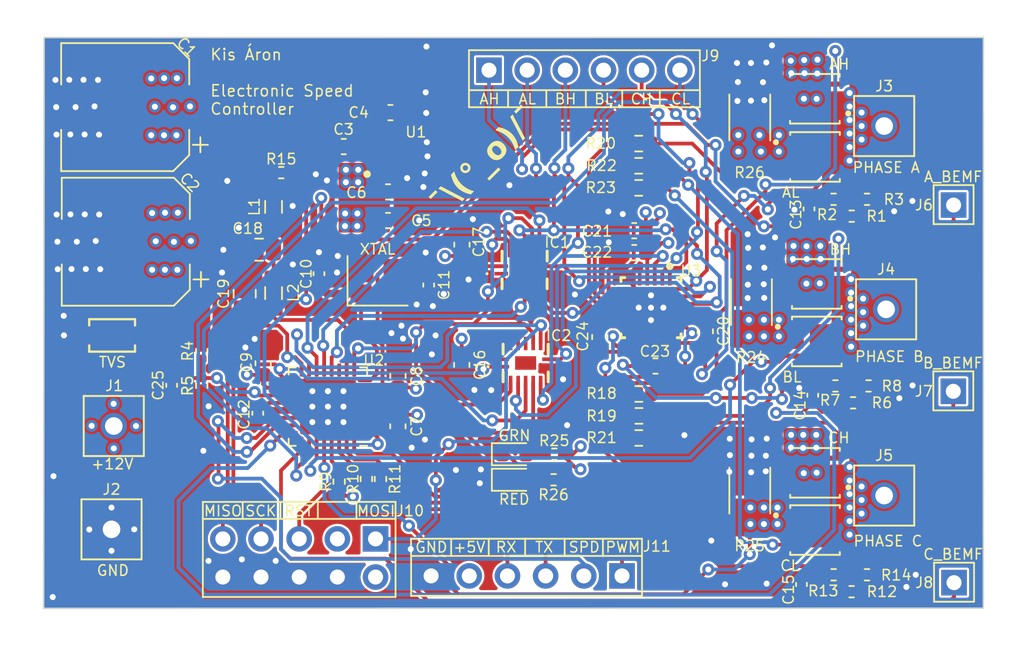
<source format=kicad_pcb>
(kicad_pcb (version 20240108) (generator "pcbnew") (generator_version "8.0")
  (layers (0 "F.Cu" power "Top") (1 "In1.Cu" power "GND") (2 "In2.Cu" power "POWER") (31 "B.Cu" power "Bottom") (34 "B.Paste" user) (35 "F.Paste" user) (36 "B.SilkS" user "B.Silkscreen") (37 "F.SilkS" user "F.Silkscreen") (38 "B.Mask" user) (39 "F.Mask" user) (44 "Edge.Cuts" user))
  (net 0 "")
  (net 1 "GND")
  (net 2 "XTAL1")
  (net 3 "XTAL2")
  (net 4 "+12V")
  (net 5 "COIL_A")
  (net 6 "Net-(U3-BSTA)")
  (net 7 "COIL_B")
  (net 8 "Net-(U3-BSTB)")
  (net 9 "COIL_C")
  (net 10 "Net-(U3-BSTC)")
  (net 11 "COIL_A_BEMF")
  (net 12 "RST")
  (net 13 "CH")
  (net 14 "BH")
  (net 15 "AH")
  (net 16 "CL")
  (net 17 "BL")
  (net 18 "AL")
  (net 19 "RX")
  (net 20 "TX")
  (net 21 "Net-(Q1-Pad4)")
  (net 22 "Net-(Q2-Pad4)")
  (net 23 "Net-(Q3-Pad4)")
  (net 24 "Net-(Q4-Pad4)")
  (net 25 "Net-(Q5-Pad4)")
  (net 26 "Net-(U3-GHA)")
  (net 27 "Net-(U3-GLA)")
  (net 28 "Net-(U3-GLB)")
  (net 29 "Net-(U3-GHB)")
  (net 30 "Net-(U3-GLC)")
  (net 31 "Net-(U3-GHC)")
  (net 36 "+5V")
  (net 37 "Net-(Q6-Pad4)")
  (net 38 "Net-(U2-AREF)")
  (net 39 "Net-(U2-PD0)")
  (net 40 "Net-(U2-PD1)")
  (net 41 "COIL_B_BEMF")
  (net 42 "COMP_REF_IN")
  (net 43 "VBUS")
  (net 44 "COIL_C_BEMF")
  (net 45 "PWM_OUT")
  (net 46 "AH_PWM")
  (net 47 "BH_PWM")
  (net 48 "CH_PWM")
  (net 52 "AL_PWM")
  (net 53 "BL_PWM")
  (net 54 "CL_PWM")
  (net 58 "SPEED_REF")
  (net 59 "COIL_A_CURR")
  (net 60 "COIL_B_CURR")
  (net 61 "COIL_C_CURR")
  (net 62 "Net-(C18-Pad2)")
  (net 65 "Net-(L1-Pad1)")
  (net 66 "COMP_REF_OUT")
  (net 67 "LED")
  (net 69 "PWM_IN")
  (net 71 "Net-(R1-Pad1)")
  (net 72 "Net-(R6-Pad1)")
  (net 73 "Net-(GRN1-A)")
  (net 74 "Net-(RED1-A)")
  (net 75 "Net-(R12-Pad1)")
  (footprint "74HCT08BQ115:74HCT08BQ115" (layer "F.Cu") (at 77.98 47.48)
    (property "Reference" "IC1")
    (property "Value" "74HCT08BQ,115" (hide yes))
  )
  (footprint "Resistor_SMD:R_0603_1608Metric" (layer "F.Cu") (at 85.571671 42.016246)
    (property "Reference" "R23")
    (property "Value" "15")
  )
  (footprint "Capacitor_SMD:C_0603_1608Metric" (layer "F.Cu") (at 60.585 53.6925 -90)
    (property "Reference" "C9")
    (property "Value" "100n")
  )
  (footprint "Resistor_SMD:R_2010_5025Metric" (layer "F.Cu") (at 92.96 37.3275 -90)
    (property "Reference" "R26")
    (property "Value" "5m")
  )
  (footprint "Capacitor_SMD:C_0805_2012Metric" (layer "F.Cu") (at 59.36 49.06 -90)
    (property "Reference" "C19")
    (property "Value" "47uF")
  )
  (footprint "Resistor_SMD:R_0402_1005Metric" (layer "F.Cu") (at 99.835 56.325 180)
    (property "Reference" "R6")
    (property "Value" "10k")
  )
  (footprint "Inductor_SMD:L_0805_2012Metric" (layer "F.Cu") (at 61.28 43.2825 -90)
    (property "Reference" "L1")
    (property "Value" "100uH")
  )
  (footprint "Resistor_SMD:R_0402_1005Metric" (layer "F.Cu") (at 99.74 43.9 180)
    (property "Reference" "R1")
    (property "Value" "10k")
  )
  (footprint "Capacitor_SMD:C_0402_1005Metric" (layer "F.Cu") (at 64.3 47.729998 -90)
    (property "Reference" "C10")
    (property "Value" "22p")
  )
  (footprint "Capacitor_SMD:C_0603_1608Metric" (layer "F.Cu") (at 82.984171 51.943746 -90)
    (property "Reference" "C24")
    (property "Value" "0.1u")
  )
  (footprint "Resistor_SMD:R_2010_5025Metric" (layer "F.Cu") (at 92.96 62.1675 -90)
    (property "Reference" "R25")
    (property "Value" "5m")
  )
  (footprint "BSZ0902NS:BSZ0902NS" (layer "F.Cu") (at 97.42 52.239325)
    (property "Reference" "BL")
    (property "Value" "BSZ0902NS")
  )
  (footprint "8730:8730" (layer "F.Cu") (at 102.03 50.1)
    (property "Reference" "J4")
    (property "Value" "8730")
  )
  (footprint "Crystal:Crystal_SMD_3225-4Pin_3.2x2.5mm" (layer "F.Cu") (at 68.2 48.2)
    (property "Reference" "XTAL")
    (property "Value" "ECS-80-12-33-JGN-TR")
  )
  (footprint "8730:8730" (layer "F.Cu") (at 50.5 64.75)
    (property "Reference" "J2")
    (property "Value" "8730")
  )
  (footprint "Resistor_SMD:R_0603_1608Metric" (layer "F.Cu") (at 85.571671 40.546246)
    (property "Reference" "R22")
    (property "Value" "15")
  )
  (footprint "Resistor_SMD:R_0402_1005Metric" (layer "F.Cu") (at 61.79 41)
    (property "Reference" "R15")
    (property "Value" "30")
  )
  (footprint "Capacitor_SMD:CP_Elec_8x10" (layer "F.Cu") (at 51.41 36.64 180)
    (property "Reference" "C1")
    (property "Value" "470u")
  )
  (footprint "Capacitor_SMD:C_0402_1005Metric" (layer "F.Cu") (at 54.5 55.16 90)
    (property "Reference" "C25")
    (property "Value" "100n")
  )
  (footprint "Resistor_SMD:R_0402_1005Metric" (layer "F.Cu") (at 100.76 42.775 180)
    (property "Reference" "R3")
    (property "Value" "10k")
  )
  (footprint "74HCT08BQ115:74HCT08BQ115" (layer "F.Cu") (at 78.05 53.675)
    (property "Reference" "IC2")
    (property "Value" "74HCT08BQ,115" (hide yes))
  )
  (footprint "Inductor_SMD:L_0805_2012Metric" (layer "F.Cu") (at 61.28 49.0225 -90)
    (property "Reference" "L2")
    (property "Value" "100uH")
  )
  (footprint "Resistor_SMD:R_0402_1005Metric" (layer "F.Cu") (at 98.66 55.2 180)
    (property "Reference" "R7")
    (property "Value" "33k")
  )
  (footprint "Capacitor_SMD:C_0402_1005Metric" (layer "F.Cu") (at 97.15 55.82 -90)
    (property "Reference" "C14")
    (property "Value" "2.4n")
  )
  (footprint "8730:8730" (layer "F.Cu") (at 101.9 62.5)
    (property "Reference" "J5")
    (property "Value" "8730")
  )
  (footprint "Connector_PinHeader_2.54mm:PinHeader_1x06_P2.54mm_Vertical" (layer "F.Cu") (at 84.46 67.85 -90)
    (property "Reference" "J11")
    (property "Value" "Conn_01x06")
  )
  (footprint "Resistor_SMD:R_0402_1005Metric" (layer "F.Cu") (at 99.735 68.9 180)
    (property "Reference" "R12")
    (property "Value" "10k")
  )
  (footprint "Capacitor_SMD:C_0805_2012Metric" (layer "F.Cu") (at 60.32 46.13)
    (property "Reference" "C18")
    (property "Value" "47uF")
  )
  (footprint "Capacitor_SMD:CP_Elec_8x10" (layer "F.Cu") (at 51.45 45.6 180)
    (property "Reference" "C2")
    (property "Value" "470u")
  )
  (footprint "Capacitor_SMD:C_0402_1005Metric" (layer "F.Cu") (at 96.9 43.42 -90)
    (property "Reference" "C13")
    (property "Value" "2.4n")
  )
  (footprint "Capacitor_SMD:C_0402_1005Metric" (layer "F.Cu") (at 96.4 68.42 -90)
    (property "Reference" "C15")
    (property "Value" "2.4n")
  )
  (footprint "Capacitor_SMD:C_0603_1608Metric" (layer "F.Cu") (at 68.895 44.19 180)
    (property "Reference" "C5")
    (property "Value" "2.2u")
  )
  (footprint "8730:8730" (layer "F.Cu") (at 101.9 37.9)
    (property "Reference" "J3")
    (property "Value" "8730")
  )
  (footprint "Capacitor_SMD:C_0603_1608Metric" (layer "F.Cu") (at 69.55 57.89 90)
    (property "Reference" "C7")
    (property "Value" "100n")
  )
  (footprint "Capacitor_SMD:C_0603_1608Metric" (layer "F.Cu") (at 86.686671 53.876246)
    (property "Reference" "C23")
    (property "Value" "0.1u")
  )
  (footprint "Resistor_SMD:R_0402_1005Metric" (layer "F.Cu") (at 56.5 55.19 90)
    (property "Reference" "R5")
    (property "Value" "10k")
  )
  (footprint "Connector_PinHeader_2.54mm:PinHeader_1x01_P2.54mm_Vertical" (layer "F.Cu") (at 106.52 43.16)
    (property "Reference" "J6")
    (property "Value" "Conn_01x01")
  )
  (footprint "Resistor_SMD:R_0402_1005Metric" (layer "F.Cu") (at 68.395 61.4 90)
    (property "Reference" "R11")
    (property "Value" "1k")
  )
  (footprint "Connector_PinHeader_2.54mm:PinHeader_1x01_P2.54mm_Vertical" (layer "F.Cu") (at 106.5 55.56)
    (property "Reference" "J7")
    (property "Value" "Conn_01x01")
  )
  (footprint "Resistor_SMD:R_2010_5025Metric" (layer "F.Cu") (at 93.07 49.621825 -90)
    (property "Reference" "R24")
    (property "Value" "5m")
  )
  (footprint "BSZ0902NS:BSZ0902NS" (layer "F.Cu") (at 97.3 39.954325)
    (property "Reference" "AL")
    (property "Value" "BSZ0902NS")
  )
  (footprint "Resistor_SMD:R_0402_1005Metric" (layer "F.Cu") (at 67.455 61.395 90)
    (property "Reference" "R10")
    (property "Value" "1k")
  )
  (footprint "Resistor_SMD:R_0402_1005Metric" (layer "F.Cu") (at 100.76 67.775 180)
    (property "Reference" "R14")
    (property "Value" "10k")
  )
  (footprint "8730:8730" (layer "F.Cu") (at 50.65 57.87)
    (property "Reference" "J1")
    (property "Value" "8730")
  )
  (footprint "Capacitor_SMD:C_0603_1608Metric" (layer "F.Cu") (at 85.274171 46.326246)
    (property "Reference" "C22")
    (property "Value" "1u")
  )
  (footprint "Resistor_SMD:R_0402_1005Metric" (layer "F.Cu") (at 98.54 67.775 180)
    (property "Reference" "R13")
    (property "Value" "33k")
  )
  (footprint "Connector_PinHeader_2.54mm:PinHeader_2x05_P2.54mm_Vertical" (layer "F.Cu") (at 68.065 65.385 -90)
    (property "Reference" "J10")
    (property "Value" "AVR-ISP-10")
  )
  (footprint "BSZ0902NS:BSZ0902NS" (layer "F.Cu") (at 97.29 36.084325 180)
    (property "Reference" "AH")
    (property "Value" "BSZ0902NS")
  )
  (footprint "Resistor_SMD:R_0603_1608Metric" (layer "F.Cu") (at 85.579171 58.666246)
    (property "Reference" "R21")
    (property "Value" "15")
  )
  (footprint "Capacitor_SMD:C_0603_1608Metric" (layer "F.Cu") (at 68.895 42.285 180)
    (property "Reference" "C6")
    (property "Value" "2.2u")
  )
  (footprint "Capacitor_SMD:C_0603_1608Metric" (layer "F.Cu") (at 90 51.565 90)
    (property "Reference" "C20")
    (property "Value" "0.1u")
  )
  (footprint "Capacitor_SMD:C_0402_1005Metric" (layer "F.Cu") (at 71.600002 48.485 90)
    (property "Reference" "C11")
    (property "Value" "22p")
  )
  (footprint "Capacitor_SMD:C_0603_1608Metric" (layer "F.Cu") (at 73.81 45.795 90)
    (property "Reference" "C17")
    (property "Value" "100n")
  )
  (footprint "Connector_PinHeader_2.54mm:PinHeader_1x01_P2.54mm_Vertical" (layer "F.Cu") (at 106.55 68.3)
    (property "Reference" "J8")
    (property "Value" "Conn_01x01")
  )
  (footprint "Resistor_SMD:R_0402_1005Metric" (layer "F.Cu") (at 79.91 61.45 180)
    (property "Reference" "R26")
    (property "Value" "300")
  )
  (footprint "PTVS12VS1UTR-115:CR_1UTR_115_NEX" (layer "F.Cu") (at 50.539 51.84 180)
    (property "Reference" "TVS")
    (property "Value" "PTVS12VS1UTR_115")
  )
  (footprint "Capacitor_SMD:C_0603_1608Metric" (layer "F.Cu") (at 73.8 53.8 -90)
    (property "Reference" "C16")
    (property "Value" "100n")
  )
  (footprint "Capacitor_SMD:C_0603_1608Metric" (layer "F.Cu") (at 69.555 54.5325 -90)
    (property "Reference" "C8")
    (property "Value" "100n")
  )
  (footprint "Resistor_SMD:R_0402_1005Metric" (layer "F.Cu") (at 98.535 42.775 180)
    (property "Reference" "R2")
    (property "Value" "33k")
  )
  (footprint "BSZ0902NS:BSZ0902NS" (layer "F.Cu") (at 97.30222 64.796899)
    (property "Reference" "CL")
    (property "Value" "BSZ0902NS")
  )
  (footprint "LED_SMD:LED_0603_1608Metric" (layer "F.Cu") (at 77.2875 59.75)
    (property "Reference" "GRN")
    (property "Value" "LED")
  )
  (footprint "Capacitor_SMD:C_0603_1608Metric" (layer "F.Cu") (at 85.271671 44.866246 180)
    (property "Reference" "C21")
    (property "Value" "0.1u")
  )
  (footprint "Capacitor_SMD:C_0603_1608Metric" (layer "F.Cu") (at 69.055 37.005 180)
    (property "Reference" "C4")
    (property "Value" "1u")
  )
  (footprint "Resistor_SMD:R_0603_1608Metric" (layer "F.Cu") (at 85.571671 39.066246)
    (property "Reference" "R20")
    (property "Value" "15")
  )
  (footprint "Resistor_SMD:R_0603_1608Metric" (layer "F.Cu") (at 85.579171 55.736246)
    (property "Reference" "R18")
    (property "Value" "15")
  )
  (footprint "Package_DFN_QFN:QFN-32-1EP_5x5mm_P0.5mm_EP3.1x3.1mm" (layer "F.Cu") (at 64.895 56.58 180)
    (property "Reference" "U2")
    (property "Value" "ATmega328P-M")
  )
  (footprint "Resistor_SMD:R_0603_1608Metric" (layer "F.Cu") (at 85.589171 57.196246)
    (property "Reference" "R19")
    (property "Value" "15")
  )
  (footprint "LED_SMD:LED_0603_1608Metric" (layer "F.Cu") (at 77.2875 61.45)
    (property "Reference" "RED")
    (property "Value" "LED")
  )
  (footprint "BSZ0902NS:BSZ0902NS" (layer "F.Cu") (at 97.29972 60.986899 180)
    (property "Reference" "CH")
    (property "Value" "BSZ0902NS")
  )
  (footprint "Resistor_SMD:R_0402_1005Metric" (layer "F.Cu") (at 65.64 61.57 90)
    (property "Reference" "R9")
    (property "Value" "10k")
  )
  (footprint "Resistor_SMD:R_0402_1005Metric" (layer "F.Cu") (at 100.86 55.2 180)
    (property "Reference" "R8")
    (property "Value" "10k")
  )
  (footprint "TLV76750DRVR:SON65P200X200X80-7N" (layer "F.Cu") (at 68.825 39.75 90)
    (property "Reference" "U1")
    (property "Value" "TLV76750DRVx" (hide yes))
  )
  (footprint "Resistor_SMD:R_0402_1005Metric" (layer "F.Cu") (at 56.5 52.88 90)
    (property "Reference" "R4")
    (property "Value" "33k")
  )
  (footprint "Capacitor_SMD:C_0402_1005Metric" (layer "F.Cu") (at 60.23 57.02 90)
    (property "Reference" "C12")
    (property "Value" "100n")
  )
  (footprint "BSZ0902NS:BSZ0902NS" (layer "F.Cu") (at 97.42 48.409325 180)
    (property "Reference" "BH")
    (property "Value" "BSZ0902NS")
  )
  (footprint "Capacitor_SMD:C_0603_1608Metric" (layer "F.Cu") (at 65.945 39.265)
    (property "Reference" "C3")
    (property "Value" "1u")
  )
  (footprint "Resistor_SMD:R_0402_1005Metric" (layer "F.Cu") (at 79.96 59.75 180)
    (property "Reference" "R25")
    (property "Value" "300")
  )
  (footprint "Connector_PinHeader_2.54mm:PinHeader_1x06_P2.54mm_Vertical" (layer "F.Cu") (at 75.61 34.18 90)
    (property "Reference" "J9")
    (property "Value" "Conn_01x06")
  )
  (footprint "DRV8300DRGER:RGE0024B-IPC_C" (layer "F.Cu") (at 86.39 49.991246 -90)
    (property "Reference" "U3")
    (property "Value" "DRV8300DRGER")
  )
  (gr_line (start 66.795 64.0425) (end 66.795 62.9275) (stroke (width 0.12)) (layer "F.SilkS"))
  (gr_line (start 84.475 35.51) (end 84.475 36.64) (stroke (width 0.12)) (layer "F.SilkS"))
  (gr_line (start 85.79 66.505) (end 85.79 65.375) (stroke (width 0.12)) (layer "F.SilkS"))
  (gr_line (start 70.425 66.505) (end 70.425 65.375) (stroke (width 0.12)) (layer "F.SilkS"))
  (gr_line (start 56.575 62.925) (end 69.395 62.92) (stroke (width 0.12)) (layer "F.SilkS"))
  (gr_line (start 82.055 35.52) (end 82.055 36.65) (stroke (width 0.12)) (layer "F.SilkS"))
  (gr_line (start 83.19 66.51) (end 83.19 65.38) (stroke (width 0.12)) (layer "F.SilkS"))
  (gr_line (start 64.225 64.0425) (end 64.225 62.9275) (stroke (width 0.12)) (layer "F.SilkS"))
  (gr_line (start 76.88 35.51) (end 76.88 36.64) (stroke (width 0.12)) (layer "F.SilkS"))
  (gr_line (start 86.975 35.51) (end 86.975 36.64) (stroke (width 0.12)) (layer "F.SilkS"))
  (gr_line (start 73.095 66.51) (end 73.095 65.38) (stroke (width 0.12)) (layer "F.SilkS"))
  (gr_line (start 56.575 64.055) (end 56.575 62.925) (stroke (width 0.12)) (layer "F.SilkS"))
  (gr_line (start 59.225 64.045) (end 59.225 62.93) (stroke (width 0.12)) (layer "F.SilkS"))
  (gr_line (start 89.645 35.515) (end 89.645 36.645) (stroke (width 0.12)) (layer "F.SilkS"))
  (gr_line (start 89.645 36.645) (end 74.28 36.645) (stroke (width 0.12)) (layer "F.SilkS"))
  (gr_line (start 61.735 64.0425) (end 61.735 62.9275) (stroke (width 0.12)) (layer "F.SilkS"))
  (gr_line (start 74.28 35.515) (end 74.28 36.645) (stroke (width 0.12)) (layer "F.SilkS"))
  (gr_line (start 69.395 64.05) (end 69.395 62.92) (stroke (width 0.12)) (layer "F.SilkS"))
  (gr_line (start 78.015 66.5) (end 78.015 65.37) (stroke (width 0.12)) (layer "F.SilkS"))
  (gr_line (start 80.645 66.51) (end 80.645 65.38) (stroke (width 0.12)) (layer "F.SilkS"))
  (gr_line (start 75.595 66.51) (end 75.595 65.38) (stroke (width 0.12)) (layer "F.SilkS"))
  (gr_line (start 70.425 65.375) (end 85.79 65.375) (stroke (width 0.12)) (layer "F.SilkS"))
  (gr_line (start 79.425 35.51) (end 79.425 36.64) (stroke (width 0.12)) (layer "F.SilkS"))
  (gr_line (start 108.5 32) (end 46.01 32.01) (stroke (width 0.1)) (layer "Edge.Cuts"))
  (gr_line (start 108.4975 70) (end 108.5025 32) (stroke (width 0.1)) (layer "Edge.Cuts"))
  (gr_line (start 108.5 70) (end 45.985 70.01) (stroke (width 0.1)) (layer "Edge.Cuts"))
  (gr_line (start 46.01 32.01) (end 45.985 70.01) (stroke (width 0.1)) (layer "Edge.Cuts"))
  (gr_text "PeePee PooPoo" (at 81.73 62.48 315) (layer "F.Cu") (effects (font (size 0.4 0.4) (thickness 0.1) (bold yes)) (justify left bottom)))
  (gr_text "C_BEMF" (at 104.44 66.82 0) (layer "F.SilkS") (effects (font (size 0.7 0.7) (thickness 0.1)) (justify left bottom)))
  (gr_text "BL" (at 82.55 36.51 0) (layer "F.SilkS") (effects (font (size 0.7 0.7) (thickness 0.1)) (justify left bottom)))
  (gr_text "PHASE B" (at 99.9 53.66 0) (layer "F.SilkS") (effects (font (size 0.7 0.7) (thickness 0.1)) (justify left bottom)))
  (gr_text "+5V" (at 73.17 66.35 0) (layer "F.SilkS") (effects (font (size 0.7 0.7) (thickness 0.1)) (justify left bottom)))
  (gr_text "CL" (at 87.66 36.51 0) (layer "F.SilkS") (effects (font (size 0.7 0.7) (thickness 0.1)) (justify left bottom)))
  (gr_text "TX" (at 78.615 66.35 0) (layer "F.SilkS") (effects (font (size 0.7 0.7) (thickness 0.1)) (justify left bottom)))
  (gr_text "RX" (at 76 66.35 0) (layer "F.SilkS") (effects (font (size 0.7 0.7) (thickness 0.1)) (justify left bottom)))
  (gr_text "SPD" (at 80.85 66.35 0) (layer "F.SilkS") (effects (font (size 0.7 0.7) (thickness 0.1)) (justify left bottom)))
  (gr_text "MOSI\n" (at 66.77 63.94 0) (layer "F.SilkS") (effects (font (size 0.7 0.7) (thickness 0.1)) (justify left bottom)))
  (gr_text "Kis Áron\n\nElectronic Speed \nController" (at 57.01 37.2 0) (layer "F.SilkS") (effects (font (size 0.75 0.75) (thickness 0.1)) (justify left bottom)))
  (gr_text "BH" (at 79.92 36.51 0) (layer "F.SilkS") (effects (font (size 0.7 0.7) (thickness 0.1)) (justify left bottom)))
  (gr_text "B_BEMF" (at 104.42 54.09 0) (layer "F.SilkS") (effects (font (size 0.7 0.7) (thickness 0.1)) (justify left bottom)))
  (gr_text "PHASE A" (at 99.74 41.07 0) (layer "F.SilkS") (effects (font (size 0.7 0.7) (thickness 0.1)) (justify left bottom)))
  (gr_text "PHASE C" (at 99.8 65.94 0) (layer "F.SilkS") (effects (font (size 0.7 0.7) (thickness 0.1)) (justify left bottom)))
  (gr_text "A_BEMF" (at 104.49 41.69 0) (layer "F.SilkS") (effects (font (size 0.7 0.7) (thickness 0.1)) (justify left bottom)))
  (gr_text "PWM" (at 83.3 66.35 0) (layer "F.SilkS") (effects (font (size 0.7 0.7) (thickness 0.1)) (justify left bottom)))
  (gr_text "SCK" (at 59.335 63.935 0) (layer "F.SilkS") (effects (font (size 0.7 0.7) (thickness 0.1)) (justify left bottom)))
  (gr_text "CH" (at 84.97 36.51 0) (layer "F.SilkS") (effects (font (size 0.7 0.7) (thickness 0.1)) (justify left bottom)))
  (gr_text "AL" (at 77.51 36.51 0) (layer "F.SilkS") (effects (font (size 0.7 0.7) (thickness 0.1)) (justify left bottom)))
  (gr_text "¯\\(°_o)/¯" (at 72.76 44.07 45) (layer "F.SilkS") (effects (font (size 1.5 1.5) (thickness 0.25) (bold yes)) (justify left bottom)))
  (gr_text "+12V" (at 49.09 60.81 0) (layer "F.SilkS") (effects (font (size 0.7 0.7) (thickness 0.1)) (justify left bottom)))
  (gr_text "GND" (at 49.46 67.9 0) (layer "F.SilkS") (effects (font (size 0.7 0.7) (thickness 0.1)) (justify left bottom)))
  (gr_text "MISO" (at 56.585 63.935 0) (layer "F.SilkS") (effects (font (size 0.7 0.7) (thickness 0.1)) (justify left bottom)))
  (gr_text "GND" (at 70.645 66.35 0) (layer "F.SilkS") (effects (font (size 0.7 0.7) (thickness 0.1)) (justify left bottom)))
  (gr_text "RST" (at 61.935 63.935 0) (layer "F.SilkS") (effects (font (size 0.7 0.7) (thickness 0.1)) (justify left bottom)))
  (gr_text "AH" (at 74.91 36.51 0) (layer "F.SilkS") (effects (font (size 0.7 0.7) (thickness 0.1)) (justify left bottom)))
  (segment (start 71.4 46.32) (end 71.86 46.32) (width 0.25) (layer "F.Cu") (net 1))
  (segment (start 83.55 43.59) (end 83.55 43.919575) (width 0.25) (layer "F.Cu") (net 1))
  (segment (start 66.8 47.65) (end 67.1 47.35) (width 0.25) (layer "F.Cu") (net 1))
  (segment (start 64.9 41.45) (end 64.9 39.535) (width 0.25) (layer "F.Cu") (net 1))
  (segment (start 70.92 42.285) (end 69.67 42.285) (width 0.25) (layer "F.Cu") (net 1))
  (segment (start 83.55 45) (end 84.499171 45.949171) (width 0.25) (layer "F.Cu") (net 1))
  (segment (start 60.023 52.072672) (end 60.585 52.634672) (width 0.25) (layer "F.Cu") (net 1))
  (segment (start 59.37 45.07) (end 59.37 46.13) (width 0.25) (layer "F.Cu") (net 1))
  (segment (start 103.76 55.2) (end 101.37 55.2) (width 0.25) (layer "F.Cu") (net 1))
  (segment (start 70.8 49.78) (end 70.07 49.05) (width 0.25) (layer "F.Cu") (net 1))
  (segment (start 68.825 38.7) (end 68.825 39.75) (width 0.25) (layer "F.Cu") (net 1))
  (segment (start 69.83 59.31) (end 69.55 59.03) (width 0.25) (layer "F.Cu") (net 1))
  (segment (start 71.52 39.915) (end 68.99 39.915) (width 0.25) (layer "F.Cu") (net 1))
  (segment (start 68.99 39.915) (end 68.825 39.75) (width 0.25) (layer "F.Cu") (net 1))
  (segment (start 74.54 44.1) (end 74.54 44.29) (width 0.25) (layer "F.Cu") (net 1))
  (segment (start 80.54 54.245) (end 80.54 54.76) (width 0.25) (layer "F.Cu") (net 1))
  (segment (start 83.55 43.59) (end 83.55 45) (width 0.25) (layer "F.Cu") (net 1))
  (segment (start 69.475 40.8) (end 71.08 40.8) (width 0.25) (layer "F.Cu") (net 1))
  (segment (start 71.18 35.655) (end 69.83 37.005) (width 0.25) (layer "F.Cu") (net 1))
  (segment (start 68.904 53.1065) (end 69.555 53.7575) (width 0.25) (layer "F.Cu") (net 1))
  (segment (start 71.24 58.665) (end 71.35 58.775) (width 0.25) (layer "F.Cu") (net 1))
  (segment (start 70.165 41.79) (end 69.67 42.285) (width 0.25) (layer "F.Cu") (net 1))
  (segment (start 60.23 57.5) (end 60.73 57.5) (width 0.25) (layer "F.Cu") (net 1))
  (segment (start 84.499171 45.949171) (end 84.499171 46.326246) (width 0.25) (layer "F.Cu") (net 1))
  (segment (start 59.405 52.64) (end 59.6825 52.9175) (width 0.25) (layer "F.Cu") (net 1))
  (segment (start 57.85 47.65) (end 58.31 48.11) (width 0.25) (layer "F.Cu") (net 1))
  (segment (start 71.4 35.655) (end 71.18 35.655) (width 0.25) (layer "F.Cu") (net 1))
  (segment (start 67.3325 56.33) (end 65.145 56.33) (width 0.25) (layer "F.Cu") (net 1))
  (segment (start 94.083966 68.363966) (end 94.507932 67.94) (width 0.25) (layer "F.Cu") (net 1))
  (segment (start 85.140001 48.440001) (end 85.2 48.5) (width 0.25) (layer "F.Cu") (net 1))
  (segment (start 69.55 59.03) (end 69.55 58.665) (width 0.25) (layer "F.Cu") (net 1))
  (segment (start 71.675 48.965) (end 71.88 49.17) (width 0.25) (layer "F.Cu") (net 1))
  (segment (start 65.145 56.33) (end 64.895 56.58) (width 0.25) (layer "F.Cu") (net 1))
  (segment (start 71.600002 49.608002) (end 71.600002 48.965) (width 0.25) (layer "F.Cu") (net 1))
  (segment (start 60.73 57.5) (end 61.4 56.83) (width 0.25) (layer "F.Cu") (net 1))
  (segment (start 71.86 46.32) (end 73.16 45.02) (width 0.25) (layer "F.Cu") (net 1))
  (segment (start 84.266246 46.326246) (end 84.499171 46.326246) (width 0.25) (layer "F.Cu") (net 1))
  (segment (start 57.94 46.69) (end 57.94 46.14) (width 0.25) (layer "F.Cu") (net 1))
  (segment (start 84.51 43.76) (end 84.496671 43.773329) (width 0.25) (layer "F.Cu") (net 1))
  (segment (start 62.4575 56.83) (end 64.645 56.83) (width 0.25) (layer "F.Cu") (net 1))
  (segment (start 96.25 55.34) (end 97.15 55.34) (width 0.25) (layer "F.Cu") (net 1))
  (segment (start 75 61.68) (end 75.23 61.45) (width 0.25) (layer "F.Cu") (net 1))
  (segment (start 61.4 56.83) (end 62.4575 56.83) (width 0.25) (layer "F.Cu") (net 1))
  (segment (start 75.76 61.45) (end 76.5 61.45) (width 0.25) (layer "F.Cu") (net 1))
  (segment (start 83.55 43.919575) (end 84.496671 44.866246) (width 0.25) (layer "F.Cu") (net 1))
  (segment (start 65.55 46.55) (end 66.3 46.55) (width 0.25) (layer "F.Cu") (net 1))
  (segment (start 69.73 44.18) (end 69.69 44.14) (width 0.25) (layer "F.Cu") (net 1))
  (segment (start 95.936466 43.466466) (end 96.462932 42.94) (width 0.25) (layer "F.Cu") (net 1))
  (segment (start 70.97 44.18) (end 69.73 44.18) (width 0.25) (layer "F.Cu") (net 1))
  (segment (start 55.61 56.55) (end 56.955 56.55) (width 0.25) (layer "F.Cu") (net 1))
  (segment (start 69.67 43.865) (end 69.67 44.19) (width 0.25) (layer "F.Cu") (net 1))
  (segment (start 59.37 46.13) (end 57.95 46.13) (width 0.25) (layer "F.Cu") (net 1))
  (segment (start 96.462932 42.94) (end 96.9 42.94) (width 0.25) (layer "F.Cu") (net 1))
  (segment (start 59.34 57.1) (end 59.34 56.78) (width 0.25) (layer "F.Cu") (net 1))
  (segment (start 65.645 57.33) (end 64.895 56.58) (width 0.25) (layer "F.Cu") (net 1))
  (segment (start 71.41 37.005) (end 69.83 37.005) (width 0.25) (layer "F.Cu") (net 1))
  (segment (start 74.54 44.29) (end 73.81 45.02) (width 0.25) (layer "F.Cu") (net 1))
  (segment (start 64.09 41.11) (end 64.09 40.345) (width 0.25) (layer "F.Cu") (net 1))
  (segment (start 71.435 37.03) (end 71.41 37.005) (width 0.25) (layer "F.Cu") (net 1))
  (segment (start 85.2 48.801246) (end 86.39 49.991246) (width 0.25) (layer "F.Cu") (net 1))
  (segment (start 64.645 56.83) (end 64.895 56.58) (width 0.25) (layer "F.Cu") (net 1))
  (segment (start 80.22 53.925) (end 80.54 54.245) (width 0.25) (layer "F.Cu") (net 1))
  (segment (start 71.88 49.17) (end 72.59 49.17) (width 0.25) (layer "F.Cu") (net 1))
  (segment (start 67.3325 57.33) (end 65.645 57.33) (width 0.25) (layer "F.Cu") (net 1))
  (segment (start 94.507932 67.94) (end 96.4 67.94) (width 0.25) (layer "F.Cu") (net 1))
  (segment (start 71.245 41.96) (end 70.92 42.285) (width 0.25) (layer "F.Cu") (net 1))
  (segment (start 69.79 51.192) (end 69.79 49.54) (width 0.25) (layer "F.Cu") (net 1))
  (segment (start 83.58 45.64) (end 84.266246 46.326246) (width 0.25) (layer "F.Cu") (net 1))
  (segment (start 56.955 56.55) (end 56.96 56.555) (width 0.25) (layer "F.Cu") (net 1))
  (segment (start 54.5 55.64) (end 56.44 55.64) (width 0.25) (layer "F.Cu") (net 1))
  (segment (start 73.16 45.02) (end 73.81 45.02) (width 0.25) (layer "F.Cu") (net 1))
  (segment (start 48.624 51.84) (end 47.319 50.535) (width 0.25) (layer "F.Cu") (net 1))
  (segment (start 47.339 51.84) (end 47.334 51.835) (width 0.25) (layer "F.Cu") (net 1))
  (segment (start 54.7 55.64) (end 55.61 56.55) (width 0.25) (layer "F.Cu") (net 1))
  (segment (start 56.44 55.64) (end 56.5 55.7) (width 0.25) (layer "F.Cu") (net 1))
  (segment (start 59.36 48.11) (end 57.94 46.69) (width 0.25) (layer "F.Cu") (net 1))
  (segment (start 64.09 40.345) (end 65.17 39.265) (width 0.25) (layer "F.Cu") (net 1))
  (segment (start 70.47 59.31) (end 69.83 59.31) (width 0.25) (layer "F.Cu") (net 1))
  (segment (start 85.2 48.5) (end 85.2 48.801246) (width 0.25) (layer "F.Cu") (net 1))
  (segment (start 68.825 39.75) (end 68.875 39.7) (width 0.25) (layer "F.Cu") (net 1))
  (segment (start 69.555 52.383) (end 69.555 53.7575) (width 0.25) (layer "F.Cu") (net 1))
  (segment (start 70.07 49.05) (end 69.3 49.05) (width 0.25) (layer "F.Cu") (net 1))
  (segment (start 103.665 42.775) (end 101.27 42.775) (width 0.25) (layer "F.Cu") (net 1))
  (segment (start 79.6 53.925) (end 80.22 53.925) (width 0.25) (layer "F.Cu") (net 1))
  (segment (start 59.6825 52.9175) (end 60.585 52.9175) (width 0.25) (layer "F.Cu") (net 1))
  (segment (start 68.904 51.906) (end 68.904 53.1065) (width 0.25) (layer "F.Cu") (net 1))
  (segment (start 48.888 51.84) (end 47.339 51.84) (width 0.25) (layer "F.Cu") (net 1))
  (segment (start 70.165 41.365) (end 70.165 41.79) (width 0.25) (layer "F.Cu") (net 1))
  (segment (start 70.75 39.7) (end 71.475 38.975) (width 0.25) (layer "F.Cu") (net 1))
  (segment (start 69.55 58.665) (end 71.24 58.665) (width 0.25) (layer "F.Cu") (net 1))
  (segment (start 71.88 49.888) (end 71.600002 49.608002) (width 0.25) (layer "F.Cu") (net 1))
  (segment (start 104 67.775) (end 101.27 67.775) (width 0.25) (layer "F.Cu") (net 1))
  (segment (start 69.125 51.685) (end 68.904 51.906) (width 0.25) (layer "F.Cu") (net 1))
  (segment (start 59.74 57.5) (end 59.34 57.1) (width 0.25) (layer "F.Cu") (net 1))
  (segment (start 81.326523 49.113095) (end 79.943428 47.73) (width 0.25) (layer "F.Cu") (net 1))
  (segment (start 64.83 41.52) (end 64.9 41.45) (width 0.25) (layer "F.Cu") (net 1))
  (segment (start 84.496671 43.773329) (end 84.496671 44.866246) (width 0.25) (layer "F.Cu") (net 1))
  (segment (start 60.585 52.634672) (end 60.585 52.9175) (width 0.25) (layer "F.Cu") (net 1))
  (segment (start 103.79 55.17) (end 103.76 55.2) (width 0.25) (layer "F.Cu") (net 1))
  (segment (start 69.79 49.54) (end 69.3 49.05) (width 0.25) (layer "F.Cu") (net 1))
  (segment (start 48.888 51.84) (end 48.624 51.84) (width 0.25) (layer "F.Cu") (net 1))
  (segment (start 65.5 47.65) (end 66.8 47.65) (width 0.25) (layer "F.Cu") (net 1))
  (segment (start 68.875 39.7) (end 70.75 39.7) (width 0.25) (layer "F.Cu") (net 1))
  (segment (start 58.97 44.67) (end 59.37 45.07) (width 0.25) (layer "F.Cu") (net 1))
  (segment (start 69.89 52.048) (end 69.555 52.383) (width 0.25) (layer "F.Cu") (net 1))
  (segment (start 75.07 60.76) (end 75.76 61.45) (width 0.25) (layer "F.Cu") (net 1))
  (segment (start 75.23 61.45) (end 76.5 61.45) (width 0.25) (layer "F.Cu") (net 1))
  (segment (start 57.95 46.13) (end 57.94 46.14) (width 0.25) (layer "F.Cu") (net 1))
  (segment (start 60.23 57.5) (end 59.74 57.5) (width 0.25) (layer "F.Cu") (net 1))
  (segment (start 71.08 40.8) (end 71.335 41.055) (width 0.25) (layer "F.Cu") (net 1))
  (segment (start 64.3 46.3) (end 64.3 47.249998) (width 0.25) (layer "F.Cu") (net 1))
  (segment (start 103.78 42.89) (end 103.665 42.775) (width 0.25) (layer "F.Cu") (net 1))
  (segment (start 79.943428 47.73) (end 79.53 47.73) (width 0.25) (layer "F.Cu") (net 1))
  (segment (start 66.3 46.55) (end 67.1 47.35) (width 0.25) (layer "F.Cu") (net 1))
  (segment (start 54.5 55.64) (end 54.7 55.64) (width 0.25) (layer "F.Cu") (net 1))
  (segment (start 85.140001 48.111246) (end 85.140001 48.440001) (width 0.25) (layer "F.Cu") (net 1))
  (segment (start 58.31 48.11) (end 59.36 48.11) (width 0.25) (layer "F.Cu") (net 1))
  (via (at 65.93 56.58) (size 0.8) (drill 0.4) (layers "F.Cu" "B.Cu") (net 1))
  (via (at 71.45 32.61) (size 0.8) (drill 0.4) (layers "F.Cu" "B.Cu") (net 1))
  (via (at 71.335 41.055) (size 0.8) (drill 0.4) (layers "F.Cu" "B.Cu") (net 1))
  (via (at 93.84 34.98) (size 0.8) (drill 0.4) (layers "F.Cu" "B.Cu") (net 1))
  (via (at 65.55 46.55) (size 0.8) (drill 0.4) (layers "F.Cu" "B.Cu") (net 1))
  (via (at 70.8 49.78) (size 0.8) (drill 0.4) (layers "F.Cu" "B.Cu") (net 1))
  (via (at 96.25 55.34) (size 0.8) (drill 0.4) (layers "F.Cu" "B.Cu") (net 1))
  (via (at 65.93 57.61) (size 0.8) (drill 0.4) (layers "F.Cu" "B.Cu") (net 1))
  (via (at 48.64 34.82) (size 0.8) (drill 0.4) (layers "F.Cu" "B.Cu") (net 1))
  (via (at 93.89 48.43) (size 0.8) (drill 0.4) (layers "F.Cu" "B.Cu") (net 1))
  (via (at 71.475 38.975) (size 0.8) (drill 0.4) (layers "F.Cu" "B.Cu") (net 1))
  (via (at 64.09 41.11) (size 0.8) (drill 0.4) (layers "F.Cu" "B.Cu") (net 1))
  (via (at 93.93 36.18) (size 0.8) (drill 0.4) (layers "F.Cu" "B.Cu") (net 1))
  (via (at 61.42 66.85) (size 0.8) (drill 0.4) (layers "F.Cu" "B.Cu") (net 1))
  (via (at 49.67 38.47) (size 0.8) (drill 0.4) (layers "F.Cu" "B.Cu") (net 1))
  (via (at 50.5 66.18) (size 0.8) (drill 0.4) (layers "F.Cu" "B.Cu") (net 1))
  (via (at 49.37 36.59) (size 0.8) (drill 0.4) (layers "F.Cu" "B.Cu") (net 1))
  (via (at 92.11 33.7) (size 0.8) (drill 0.4) (layers "F.Cu" "B.Cu") (net 1))
  (via (at 103.79 55.17) (size 0.8) (drill 0.4) (layers "F.Cu" "B.Cu") (net 1))
  (via (at 71.52 39.915) (size 0.8) (drill 0.4) (layers "F.Cu" "B.Cu") (net 1))
  (via (at 65.93 55.55) (size 0.8) (drill 0.4) (layers "F.Cu" "B.Cu") (net 1))
  (via (at 76.97 41.84) (size 0.8) (drill 0.4) (layers "F.Cu" "B.Cu") (net 1))
  (via (at 47.77 43.78) (size 0.8) (drill 0.4) (layers "F.Cu" "B.Cu") (net 1))
  (via (at 57.85 47.65) (size 0.8) (drill 0.4) (layers "F.Cu" "B.Cu") (net 1))
  (via (at 74.54 44.1) (size 0.8) (drill 0.4) (layers "F.Cu" "B.Cu") (net 1))
  (via (at 73.41 60.8) (size 0.8) (drill 0.4) (layers "F.Cu" "B.Cu") (net 1))
  (via (at 71.435 37.03) (size 0.8) (drill 0.4) (layers "F.Cu" "B.Cu") (net 1))
  (via (at 50.5 63.3) (size 0.8) (drill 0.4) (layers "F.Cu" "B.Cu") (net 1))
  (via (at 102.91 56.02) (size 0.8) (drill 0.4) (layers "F.Cu" "B.Cu") (net 1))
  (via (at 92.82 49.35) (size 0.8) (drill 0.4) (layers "F.Cu" "B.Cu") (net 1))
  (via (at 92.82 45.1) (size 0.8) (drill 0.4) (layers "F.Cu" "B.Cu") (net 1))
  (via (at 91.64 59.81) (size 0.8) (drill 0.4) (layers "F.Cu" "B.Cu") (net 1))
  (via (at 46.59 69.26) (size 0.8) (drill 0.4) (layers "F.Cu" "B.Cu") (net 1))
  (via (at 93.83 45.98) (size 0.8) (drill 0.4) (layers "F.Cu" "B.Cu") (net 1))
  (via (at 59.34 56.78) (size 0.8) (drill 0.4) (layers "F.Cu" "B.Cu") (net 1))
  (via (at 64.895 55.55) (size 0.8) (drill 0.4) (layers "F.Cu" "B.Cu") (net 1))
  (via (at 49.45 45.55) (size 0.8) (drill 0.4) (layers "F.Cu" "B.Cu") (net 1))
  (via (at 49.6 34.83) (size 0.8) (drill 0.4) (layers "F.Cu" "B.Cu") (net 1))
  (via (at 49.02 64.76) (size 0.8) (drill 0.4) (layers "F.Cu" "B.Cu") (net 1))
  (via (at 58.97 44.67) (size 0.8) (drill 0.4) (layers "F.Cu" "B.Cu") (net 1))
  (via (at 92.14 36.23) (size 0.8) (drill 0.4) (layers "F.Cu" "B.Cu") (net 1))
  (via (at 86.39 49.991246) (size 0.8) (drill 0.4) (layers "F.Cu" "B.Cu") (net 1))
  (via (at 95.936466 43.466466) (size 0.8) (drill 0.4) (layers "F.Cu" "B.Cu") (net 1))
  (via (at 87.21 49.99) (size 0.8) (drill 0.4) (layers "F.Cu" "B.Cu") (net 1))
  (via (at 86.39 50.82) (size 0.8) (drill 0.4) (layers "F.Cu" "B.Cu") (net 1))
  (via (at 94.64 45.31) (size 0.8) (drill 0.4) (layers "F.Cu" "B.Cu") (net 1))
  (via (at 49.75 47.43) (size 0.8) (drill 0.4) (layers "F.Cu" "B.Cu") (net 1))
  (via (at 65.5 47.65) (size 0.8) (drill 0.4) (layers "F.Cu" "B.Cu") (net 1))
  (via (at 70.165 41.365) (size 0.8) (drill 0.4) (layers "F.Cu" "B.Cu") (net 1))
  (via (at 93.08 58.76) (size 0.8) (drill 0.4) (layers "F.Cu" "B.Cu") (net 1))
  (via (at 92.85 46.01) (size 0.8) (drill 0.4) (layers "F.Cu" "B.Cu") (net 1))
  (via (at 64.895 56.58) (size 0.8) (drill 0.4) (layers "F.Cu" "B.Cu") (net 1))
  (via (at 46.64 61.21) (size 0.8) (drill 0.4) (layers "F.Cu" "B.Cu") (net 1))
  (via (at 63.86 56.58) (size 0.8) (drill 0.4) (layers "F.Cu" "B.Cu") (net 1))
  (via (at 60.023 52.072672) (size 0.8) (drill 0.4) (layers "F.Cu" "B.Cu") (net 1))
  (via (at 103.38 68.585) (size 0.8) (drill 0.4) (layers "F.Cu" "B.Cu") (net 1))
  (via (at 46.92 47.43) (size 0.8) (drill 0.4) (layers "F.Cu" "B.Cu") (net 1))
  (via (at 71.81 53.1) (size 0.8) (drill 0.4) (layers "F.Cu" "B.Cu") (net 1))
  (via (at 94.44 32.53) (size 0.8) (drill 0.4) (layers "F.Cu" "B.Cu") (net 1))
  (via (at 94.083966 68.363966) (size 0.8) (drill 0.4) (layers "F.Cu" "B.Cu") (net 1))
  (via (at 48.79 47.42) (size 0.8) (drill 0.4) (layers "F.Cu" "B.Cu") (net 1))
  (via (at 46.82 36.64) (size 0.8) (drill 0.4) (layers "F.Cu" "B.Cu") (net 1))
  (via (at 52.01 64.75) (size 0.8) (drill 0.4) (layers "F.Cu" "B.Cu") (net 1))
  (via (at 48.72 43.78) (size 0.8) (drill 0.4) (layers "F.Cu" "B.Cu") (net 1))
  (via (at 103.78 42.89) (size 0.8) (drill 0.4) (layers "F.Cu" "B.Cu") (net 1))
  (via (at 93.04 33.7) (size 0.8) (drill 0.4) (layers "F.Cu" "B.Cu") (net 1))
  (via (at 92.9 47.32) (size 0.8) (drill 0.4) (layers "F.Cu" "B.Cu") (net 1))
  (via (at 83.55 43.59) (size 0.8) (drill 0.4) (layers "F.Cu" "B.Cu") (net 1))
  (via (at 64.83 41.52) (size 0.8) (drill 0.4) (layers "F.Cu" "B.Cu") (net 1))
  (via (at 62.55 43.22) (size 0.8) (drill 0.4) (layers "F.Cu" "B.Cu") (net 1))
  (via (at 47.334 51.835) (size 0.8) (drill 0.4) (layers "F.Cu" "B.Cu") (net 1))
  (via (at 88.61 58.48) (size 0.8) (drill 0.4) (layers "F.Cu" "B.Cu") (net 1))
  (via (at 94.06 33.67) (size 0.8) (drill 0.4) (layers "F.Cu" "B.Cu") (net 1))
  (via (at 92.83 48.46) (size 0.8) (drill 0.4) (layers "F.Cu" "B.Cu") (net 1))
  (via (at 63.86 57.61) (size 0.8) (drill 0.4) (layers "F.Cu" "B.Cu") (net 1))
  (via (at 74.25 48.12) (size 0.8) (drill 0.4) (layers "F.Cu" "B.Cu") (net 1))
  (via (at 91.315 68.41) (size 0.8) (drill 0.4) (layers "F.Cu" "B.Cu") (net 1))
  (via (at 71.88 49.888) (size 0.8) (drill 0.4) (layers "F.Cu" "B.Cu") (net 1))
  (via (at 47.76 38.46) (size 0.8) (drill 0.4) (layers "F.Cu" "B.Cu") (net 1))
  (via (at 75.07 60.76) (size 0.8) (drill 0.4) (layers "F.Cu" "B.Cu") (net 1))
  (via (at 48.19 45.6) (size 0.8) (drill 0.4) (layers "F.Cu" "B.Cu") (net 1))
  (via (at 46.77 34.83) (size 0.8) (drill 0.4) (layers "F.Cu" "B.Cu") (net 1))
  (via (at 72.6 49.08) (size 0.8) (drill 0.4) (layers "F.Cu" "B.Cu") (net 1))
  (via (at 63.86 55.55) (size 0.8) (drill 0.4) (layers "F.Cu" "B.Cu") (net 1))
  (via (at 94.09 58.71) (size 0.8) (drill 0.4) (layers "F.Cu" "B.Cu") (net 1))
  (via (at 75.76 55.48) (size 0.8) (drill 0.4) (layers "F.Cu" "B.Cu") (net 1))
  (via (at 64.3 46.3) (size 0.8) (drill 0.4) (layers "F.Cu" "B.Cu") (net 1))
  (via (at 93.93 47.33) (size 0.8) (drill 0.4) (layers "F.Cu" "B.Cu") (net 1))
  (via (at 70.47 59.31) (size 0.8) (drill 0.4) (layers "F.Cu" "B.Cu") (net 1))
  (via (at 85.57 49.99) (size 0.8) (drill 0.4) (layers "F.Cu" "B.Cu") (net 1))
  (via (at 59.17 66.75) (size 0.8) (drill 0.4) (layers "F.Cu" "B.Cu") (net 1))
  (via (at 48.71 38.46) (size 0.8) (drill 0.4) (layers "F.Cu" "B.Cu") (net 1))
  (via (at 93.92 49.34) (size 0.8) (drill 0.4) (layers "F.Cu" "B.Cu") (net 1))
  (via (at 80.810412 57.816421) (size 0.8) (drill 0.4) (layers "F.Cu" "B.Cu") (net 1))
  (via (at 69.125 51.685) (size 0.8) (drill 0.4) (layers "F.Cu" "B.Cu") (net 1))
  (via (at 47.319 50.535) (size 0.8) (drill 0.4) (layers "F.Cu" "B.Cu") (net 1))
  (via (at 49.68 43.79) (size 0.8) (drill 0.4) (layers "F.Cu" "B.Cu") (net 1))
  (via (at 102.565 43.57) (size 0.8) (drill 0.4) (layers "F.Cu" "B.Cu") (net 1))
  (via (at 57.94 46.14) (size 0.8) (drill 0.4) (layers "F.Cu" "B.Cu") (net 1))
  (via (at 93.04 36.21) (size 0.8) (drill 0.4) (layers "F.Cu" "B.Cu") (net 1))
  (via (at 56.96 56.555) (size 0.8) (drill 0.4) (layers "F.Cu" "B.Cu") (net 1))
  (via (at 46.84 38.47) (size 0.8) (drill 0.4) (layers "F.Cu" "B.Cu") (net 1))
  (via (at 56.61 59.52) (size 0.8) (drill 0.4) (layers "F.Cu" "B.Cu") (net 1))
  (via (at 71.35 58.775) (size 0.8) (drill 0.4) (layers "F.Cu" "B.Cu") (net 1))
  (via (at 74.64 55.47) (size 0.8) (drill 0.4) (layers "F.Cu" "B.Cu") (net 1))
  (via (at 81.326523 49.113095) (size 0.8) (drill 0.4) (layers "F.Cu" "B.Cu") (net 1))
  (via (at 90.4 65.5) (size 0.8) (drill 0.4) (layers "F.Cu" "B.Cu") (net 1))
  (via (at 64.895 57.61) (size 0.8) (drill 0.4) (layers "F.Cu" "B.Cu") (net 1))
  (via (at 69.89 52.048) (size 0.8) (drill 0.4) (layers "F.Cu" "B.Cu") (net 1))
  (via (at 75 61.68) (size 0.8) (drill 0.4) (layers "F.Cu" "B.Cu") (net 1))
  (via (at 83.58 45.64) (size 0.8) (drill 0.4) (layers "F.Cu" "B.Cu") (net 1))
  (via (at 69.79 51.192) (size 0.8) (drill 0.4) (layers "F.Cu" "B.Cu") (net 1))
  (via (at 58.2 41.55) (size 0.8) (drill 0.4) (layers "F.Cu" "B.Cu") (net 1))
  (via (at 92.17 34.97) (size 0.8) (drill 0.4) (layers "F.Cu" "B.Cu") (net 1))
  (via (at 70.97 44.18) (size 0.8) (drill 0.4) (layers "F.Cu" "B.Cu") (net 1))
  (via (at 72.06 51.84) (size 0.8) (drill 0.4) (layers "F.Cu" "B.Cu") (net 1))
  (via (at 46.85 43.79) (size 0.8) (drill 0.4) (layers "F.Cu" "B.Cu") (net 1))
  (via (at 48.11 36.64) (size 0.8) (drill 0.4) (layers "F.Cu" "B.Cu") (net 1))
  (via (at 91.63 58.72) (size 0.8) (drill 0.4) (layers "F.Cu" "B.Cu") (net 1))
  (via (at 91.6 60.92) (size 0.8) (drill 0.4) (layers "F.Cu" "B.Cu") (net 1))
  (via (at 71.4 35.655) (size 0.8) (drill 0.4) (layers "F.Cu" "B.Cu") (net 1))
  (via (at 104 67.775) (size 0.8) (drill 0.4) (layers "F.Cu" "B.Cu") (net 1))
  (via (at 93.05 60.95) (size 0.8) (drill 0.4) (layers "F.Cu" "B.Cu") (net 1))
  (via (at 56.95 66.85) (size 0.8) (drill 0.4) (layers "F.Cu" "B.Cu") (net 1))
  (via (at 46.9 45.6) (size 0.8) (drill 0.4) (layers "F.Cu" "B.Cu") (net 1))
  (via (at 47.84 47.42) (size 0.8) (drill 0.4) (layers "F.Cu" "B.Cu") (net 1))
  (via (at 70.405 66.065) (size 0.8) (drill 0.4) (layers "F.Cu" "B.Cu") (net 1))
  (via (at 93.07 59.85) (size 0.8) (drill 0.4) (layers "F.Cu" "B.Cu") (net 1))
  (via (at 94.03 59.85) (size 0.8) (drill 0.4) (layers "F.Cu" "B.Cu") (net 1))
  (via (at 80.54 54.76) (size 0.8) (drill 0.4) (layers "F.Cu" "B.Cu") (net 1))
  (via (at 62.56 47.115) (size 0.8) (drill 0.4) (layers "F.Cu" "B.Cu") (net 1))
  (via (at 86.39 49.17) (size 0.8) (drill 0.4) (layers "F.Cu" "B.Cu") (net 1))
  (via (at 59.405 52.64) (size 0.8) (drill 0.4) (layers "F.Cu" "B.Cu") (net 1))
  (via (at 94.023579 60.885519) (size 0.8) (drill 0.4) (layers "F.Cu" "B.Cu") (net 1))
  (via (at 71.4 46.32) (size 0.8) (drill 0.4) (layers "F.Cu" "B.Cu") (net 1))
  (via (at 47.69 34.82) (size 0.8) (drill 0.4) (layers "F.Cu" "B.Cu") (net 1))
  (via (at 71.245 41.96) (size 0.8) (drill 0.4) (layers "F.Cu" "B.Cu") (net 1))
  (via (at 84.51 43.76) (size 0.8) (drill 0.4) (layers "F.Cu" "B.Cu") (net 1))
  (segment (start 71.600002 47.650002) (end 71.3 47.35) (width 0.5) (layer "F.Cu") (net 2))
  (segment (start 68.527 55.063) (end 68.527 52.493841) (width 0.25) (layer "F.Cu") (net 2))
  (segment (start 71.600002 48.005) (end 71.600002 47.650002) (width 0.5) (layer "F.Cu") (net 2))
  (segment (start 67.3325 55.33) (end 68.26 55.33) (width 0.25) (layer "F.Cu") (net 2))
  (segment (start 71.3 47.35) (end 69.3 47.35) (width 0.5) (layer "F.Cu") (net 2))
  (segment (start 68.26 55.33) (end 68.527 55.063) (width 0.25) (layer "F.Cu") (net 2))
  (segment (start 68.65 47.35) (end 69.3 47.35) (width 0.25) (layer "F.Cu") (net 2))
  (segment (start 68.2 52.166842) (end 68.2 47.8) (width 0.25) (layer "F.Cu") (net 2))
  (segment (start 68.2 47.8) (end 68.65 47.35) (width 0.25) (layer "F.Cu") (net 2))
  (segment (start 68.527 52.493841) (end 68.2 52.166842) (width 0.25) (layer "F.Cu") (net 2))
  (segment (start 64.3 48.54) (end 64.81 49.05) (width 0.5) (layer "F.Cu") (net 3))
  (segment (start 64.81 49.05) (end 67.1 49.05) (width 0.5) (layer "F.Cu") (net 3))
  (segment (start 68.15 54.4) (end 67.72 54.83) (width 0.25) (layer "F.Cu") (net 3))
  (segment (start 64.3 48.209998) (end 64.3 48.54) (width 0.5) (layer "F.Cu") (net 3))
  (segment (start 68.15 52.65) (end 68.15 54.4) (width 0.25) (layer "F.Cu") (net 3))
  (segment (start 67.1 49.05) (end 67.1 51.6) (width 0.25) (layer "F.Cu") (net 3))
  (segment (start 67.72 54.83) (end 67.3325 54.83) (width 0.25) (layer "F.Cu") (net 3))
  (segment (start 67.1 51.6) (end 68.15 52.65) (width 0.25) (layer "F.Cu") (net 3))
  (segment (start 69.475 38.2) (end 68.28 37.005) (width 0.25) (layer "F.Cu") (net 4))
  (segment (start 69.475 38.7) (end 69.475 38.2) (width 0.25) (layer "F.Cu") (net 4))
  (segment (start 86.98 43.932917) (end 86.046671 44.866246) (width 0.25) (layer "F.Cu") (net 4))
  (segment (start 87.117932 45.68) (end 86.471686 46.326246) (width 0.25) (layer "F.Cu") (net 4))
  (segment (start 86.140001 48.111246) (end 86.140001 46.417076) (width 0.25) (layer "F.Cu") (net 4))
  (segment (start 86.046671 43.933329) (end 86.046671 44.866246) (width 0.25) (layer "F.Cu") (net 4))
  (segment (start 86.04 43.64) (end 86.04 43.926658) (width 0.25) (layer "F.Cu") (net 4))
  (segment (start 68.27 36.995) (end 68.28 37.005) (width 0.7) (layer "F.Cu") (net 4))
  (segment (start 87.55 45.68) (end 87.117932 45.68) (width 0.25) (layer "F.Cu") (net 4))
  (segment (start 86.140001 46.417076) (end 86.049171 46.326246) (width 0.25) (layer "F.Cu") (net 4))
  (segment (start 86.04 43.926658) (end 86.046671 43.933329) (width 0.25) (layer "F.Cu") (net 4))
  (segment (start 86.98 43.69) (end 86.98 43.932917) (width 0.25) (layer "F.Cu") (net 4))
  (segment (start 68.175 38.7) (end 68.175 37.11) (width 0.25) (layer "F.Cu") (net 4))
  (segment (start 68.175 37.11) (end 68.28 37.005) (width 0.25) (layer "F.Cu") (net 4))
  (segment (start 67.285 38.7) (end 68.175 38.7) (width 0.25) (layer "F.Cu") (net 4))
  (segment (start 86.046671 44.866246) (end 86.046671 46.323746) (width 0.7) (layer "F.Cu") (net 4))
  (segment (start 66.72 39.265) (end 67.285 38.7) (width 0.25) (layer "F.Cu") (net 4))
  (segment (start 86.046671 46.323746) (end 86.049171 46.326246) (width 0.7) (layer "F.Cu") (net 4))
  (segment (start 86.471686 46.326246) (end 86.049171 46.326246) (width 0.25) (layer "F.Cu") (net 4))
  (via (at 86.04 43.64) (size 0.8) (drill 0.4) (layers "F.Cu" "B.Cu") (net 4))
  (via (at 54.88 47.47) (size 0.8) (drill 0.4) (layers "F.Cu" "B.Cu") (net 4))
  (via (at 53.14 38.51) (size 0.8) (drill 0.4) (layers "F.Cu" "B.Cu") (net 4))
  (via (at 54.65 45.61) (size 0.8) (drill 0.4) (layers "F.Cu" "B.Cu") (net 4))
  (via (at 97.38 59.31) (size 0.8) (drill 0.4) (layers "F.Cu" "B.Cu") (net 4))
  (via (at 54 34.71) (size 0.8) (drill 0.4) (layers "F.Cu" "B.Cu") (net 4))
  (via (at 96.6 34.38) (size 0.8) (drill 0.4) (layers "F.Cu" "B.Cu") (net 4))
  (via (at 96.75 46.75) (size 0.8) (drill 0.4) (layers "F.Cu" "B.Cu") (net 4))
  (via (at 53.38 36.61) (size 0.8) (drill 0.4) (layers "F.Cu" "B.Cu") (net 4))
  (via (at 54.59 36.65) (size 0.8) (drill 0.4) (layers "F.Cu" "B.Cu") (net 4))
  (via (at 54.85 34.71) (size 0.8) (drill 0.4) (layers "F.Cu" "B.Cu") (net 4))
  (via (at 53.14 34.73) (size 0.8) (drill 0.4) (layers "F.Cu" "B.Cu") (net 4))
  (via (at 54.06 43.67) (size 0.8) (drill 0.4) (layers "F.Cu" "B.Cu") (net 4))
  (via (at 95.87 45.88) (size 0.8) (drill 0.4) (layers "F.Cu" "B.Cu") (net 4))
  (via (at 96.52 58.46) (size 0.8) (drill 0.4) (layers "F.Cu" "B.Cu") (net 4))
  (via (at 97.41 60.98) (size 0.8) (drill 0.4) (layers "F.Cu" "B.Cu") (net 4))
  (via (at 50.64 56.39) (size 0.8) (drill 0.4) (layers "F.Cu" "B.Cu") (net 4))
  (via (at 54.82 38.51) (size 0.8) (drill 0.4) (layers "F.Cu" "B.Cu") (net 4))
  (via (at 53.44 45.57) (size 0.8) (drill 0.4) (layers "F.Cu" "B.Cu") (net 4))
  (via (at 55.72 36.59) (size 0.8) (drill 0.4) (layers "F.Cu" "B.Cu") (net 4))
  (via (at 96.73 48.39) (size 0.8) (drill 0.4) (layers "F.Cu" "B.Cu") (net 4))
  (via (at 97.41 36.09) (size 0.8) (drill 0.4) (layers "F.Cu" "B.Cu") (net 4))
  (via (at 97.46 33.48) (size 0.8) (drill 0.4) (layers "F.Cu" "B.Cu") (net 4))
  (via (at 50.65 59.36) (size 0.8) (drill 0.4) (layers "F.Cu" "B.Cu") (net 4))
  (via (at 95.72 34.38) (size 0.8) (drill 0.4) (layers "F.Cu" "B.Cu") (net 4))
  (via (at 95.83 46.75) (size 0.8) (drill 0.4) (layers "F.Cu" "B.Cu") (net 4))
  (via (at 96.58 33.51) (size 0.8) (drill 0.4) (layers "F.Cu" "B.Cu") (net 4))
  (via (at 53.2 43.69) (size 0.8) (drill 0.4) (layers "F.Cu" "B.Cu") (net 4))
  (via (at 97.45 34.4) (size 0.8) (drill 0.4) (layers "F.Cu" "B.Cu") (net 4))
  (via (at 97.65 45.88) (size 0.8) (drill 0.4) (layers "F.Cu" "B.Cu") (net 4))
  (via (at 96.51 59.33) (size 0.8) (drill 0.4) (layers "F.Cu" "B.Cu") (net 4))
  (via (at 96.56 36.08) (size 0.8) (drill 0.4) (layers "F.Cu" "B.Cu") (net 4))
  (via (at 96.74 45.9) (size 0.8) (drill 0.4) (layers "F.Cu" "B.Cu") (net 4))
  (via (at 54.05 47.47) (size 0.8) (drill 0.4) (layers "F.Cu" "B.Cu") (net 4))
  (via (at 96.55 61.01) (size 0.8) (drill 0.4) (layers "F.Cu" "B.Cu") (net 4))
  (via (at 52.13 57.87) (size 0.8) (drill 0.4) (layers "F.Cu" "B.Cu") (net 4))
  (via (at 49.18 57.86) (size 0.8) (drill 0.4) (layers "F.Cu" "B.Cu") (net 4))
  (via (at 53.99 38.51) (size 0.8) (drill 0.4) (layers "F.Cu" "B.Cu") (net 4))
  (via (at 86.98 43.69) (size 0.8) (drill 0.4) (layers "F.Cu" "B.Cu") (net 4))
  (via (at 95.69 33.55) (size 0.8) (drill 0.4) (layers "F.Cu" "B.Cu") (net 4))
  (via (at 97.62 48.37) (size 0.8) (drill 0.4) (layers "F.Cu" "B.Cu") (net 4))
  (via (at 95.7 59.3) (size 0.8) (drill 0.4) (layers "F.Cu" "B.Cu") (net 4))
  (via (at 97.67 46.75) (size 0.8) (drill 0.4) (layers "F.Cu" "B.Cu") (net 4))
  (via (at 97.38 58.46) (size 0.8) (drill 0.4) (layers "F.Cu" "B.Cu") (net 4))
  (via (at 54.91 43.67) (size 0.8) (drill 0.4) (layers "F.Cu" "B.Cu") (net 4))
  (via (at 55.78 45.55) (size 0.8) (drill 0.4) (layers "F.Cu" "B.Cu") (net 4))
  (via (at 95.71 58.46) (size 0.8) (drill 0.4) (layers "F.Cu" "B.Cu") (net 4))
  (via (at 87.55 45.68) (size 0.8) (drill 0.4) (layers "F.Cu" "B.Cu") (net 4))
  (via (at 53.2 47.47) (size 0.8) (drill 0.4) (layers "F.Cu" "B.Cu") (net 4))
  (segment (start 98.02 42.77) (end 98.025 42.775) (width 0.5) (layer "F.Cu") (net 5))
  (segment (start 90.758966 44.381034) (end 92.57 42.57) (width 0.25) (layer "F.Cu") (net 5))
  (segment (start 95.09 42.175) (end 97.194325 42.175) (width 0.25) (layer "F.Cu") (net 5))
  (segment (start 87.64 52.19) (end 87.79 52.34) (width 0.25) (layer "F.Cu") (net 5))
  (segment (start 94.16 43.105) (end 95.09 42.175) (width 0.25) (layer "F.Cu") (net 5))
  (segment (start 87.64 51.871246) (end 87.64 52.19) (width 0.25) (layer "F.Cu") (net 5))
  (segment (start 94.16 43.445) (end 94.16 43.105) (width 0.25) (layer "F.Cu") (net 5))
  (segment (start 90 52.34) (end 90 54.19) (width 0.25) (layer "F.Cu") (net 5))
  (segment (start 98.02 39.954325) (end 98.02 42.77) (width 0.5) (layer "F.Cu") (net 5))
  (segment (start 87.79 52.34) (end 90 52.34) (width 0.25) (layer "F.Cu") (net 5))
  (segment (start 98.02 41.349325) (end 98.02 39.954325) (width 0.25) (layer "F.Cu") (net 5))
  (segment (start 90 54.19) (end 89.78 54.41) (width 0.25) (layer "F.Cu") (net 5))
  (segment (start 97.194325 42.175) (end 98.02 41.349325) (width 0.25) (layer "F.Cu") (net 5))
  (segment (start 92.57 42.57) (end 92.57 42.55) (width 0.25) (layer "F.Cu") (net 5))
  (segment (start 90.758966 46.231034) (end 90.758966 44.381034) (width 0.25) (layer "F.Cu") (net 5))
  (via (at 94.16 43.445) (size 0.8) (drill 0.4) (layers "F.Cu" "B.Cu") (net 5))
  (via (at 89.78 54.41) (size 0.8) (drill 0.4) (layers "F.Cu" "B.Cu") (net 5))
  (via (at 99.6 38.4) (size 0.8) (drill 0.4) (layers "F.Cu" "B.Cu") (net 5))
  (via (at 99.6 39.3) (size 0.8) (drill 0.4) (layers "F.Cu" "B.Cu") (net 5))
  (via (at 92.57 42.55) (size 0.8) (drill 0.4) (layers "F.Cu" "B.Cu") (net 5))
  (via (at 99.6 37.5) (size 0.8) (drill 0.4) (layers "F.Cu" "B.Cu") (net 5))
  (via (at 99.6 35.7) (size 0.8) (drill 0.4) (layers "F.Cu" "B.Cu") (net 5))
  (via (at 100.4 37.9) (size 0.8) (drill 0.4) (layers "F.Cu" "B.Cu") (net 5))
  (via (at 99.6 40.2) (size 0.8) (drill 0.4) (layers "F.Cu" "B.Cu") (net 5))
  (via (at 100.4 37) (size 0.8) (drill 0.4) (layers "F.Cu" "B.Cu") (net 5))
  (via (at 100.4 38.8) (size 0.8) (drill 0.4) (layers "F.Cu" "B.Cu") (net 5))
  (via (at 90.758966 46.231034) (size 0.8) (drill 0.4) (layers "F.Cu" "B.Cu") (net 5))
  (via (at 99.6 36.6) (size 0.8) (drill 0.4) (layers "F.Cu" "B.Cu") (net 5))
  (segment (start 94.16 43.445) (end 93.265 42.55) (width 0.25) (layer "B.Cu") (net 5))
  (segment (start 91.412 52.778) (end 89.78 54.41) (width 0.25) (layer "B.Cu") (net 5))
  (segment (start 91.412 46.884068) (end 91.412 52.778) (width 0.25) (layer "B.Cu") (net 5))
  (segment (start 90.758966 46.231034) (end 91.412 46.884068) (width 0.25) (layer "B.Cu") (net 5))
  (segment (start 93.265 42.55) (end 92.57 42.55) (width 0.25) (layer "B.Cu") (net 5))
  (segment (start 89.951247 50.741247) (end 90 50.79) (width 0.25) (layer "F.Cu") (net 6))
  (segment (start 88.241246 50.741247) (end 89.951247 50.741247) (width 0.25) (layer "F.Cu") (net 6))
  (segment (start 98.15 52.249325) (end 98.14 52.239325) (width 0.5) (layer "F.Cu") (net 7))
  (segment (start 95.1 55.567932) (end 96.492932 54.175) (width 0.25) (layer "F.Cu") (net 7))
  (segment (start 86.14 52.81) (end 86.14 51.871246) (width 0.25) (layer "F.Cu") (net 7))
  (segment (start 85.91 53.874575) (end 85.91 53.04) (width 0.25) (layer "F.Cu") (net 7))
  (segment (start 98.15 53.65) (end 98.15 52.249325) (width 0.5) (layer "F.Cu") (net 7))
  (segment (start 84.606246 53.876246) (end 84.52 53.79) (width 0.25) (layer "F.Cu") (net 7))
  (segment (start 93.1 56) (end 90.7 56) (width 0.25) (layer "F.Cu") (net 7))
  (segment (start 98.15 53.65) (end 98.15 55.2) (width 0.5) (layer "F.Cu") (net 7))
  (segment (start 96.492932 54.175) (end 98.15 54.175) (width 0.25) (layer "F.Cu") (net 7))
  (segment (start 85.911671 53.876246) (end 84.606246 53.876246) (width 0.25) (layer "F.Cu") (net 7))
  (segment (start 95.1 56.075) (end 95.1 55.567932) (width 0.25) (layer "F.Cu") (net 7))
  (segment (start 98.14 52.785) (end 98.14 52.239325) (width 0.25) (layer "F.Cu") (net 7))
  (segment (start 85.91 53.04) (end 86.14 52.81) (width 0.25) (layer "F.Cu") (net 7))
  (segment (start 85.911671 53.876246) (end 85.91 53.874575) (width 0.25) (layer "F.Cu") (net 7))
  (segment (start 98.15 54.175) (end 98.15 53.65) (width 0.5) (layer "F.Cu") (net 7))
  (via (at 84.52 53.79) (size 0.8) (drill 0.4) (layers "F.Cu" "B.Cu") (net 7))
  (via (at 99.7 49.89) (size 0.8) (drill 0.4) (layers "F.Cu" "B.Cu") (net 7))
  (via (at 99.7 48.09) (size 0.8) (drill 0.4) (layers "F.Cu" "B.Cu") (net 7))
  (via (at 99.7 48.99) (size 0.8) (drill 0.4) (layers "F.Cu" "B.Cu") (net 7))
  (via (at 100.5 51.19) (size 0.8) (drill 0.4) (layers "F.Cu" "B.Cu") (net 7))
  (via (at 99.7 52.59) (size 0.8) (drill 0.4) (layers "F.Cu" "B.Cu") (net 7))
  (via (at 95.1 56.075) (size 0.8) (drill 0.4) (layers "F.Cu" "B.Cu") (net 7))
  (via (at 100.5 50.29) (size 0.8) (drill 0.4) (layers "F.Cu" "B.Cu") (net 7))
  (via (at 90.7 56) (size 0.8) (drill 0.4) (layers "F.Cu" "B.Cu") (net 7))
  (via (at 99.7 51.69) (size 0.8) (drill 0.4) (layers "F.Cu" "B.Cu") (net 7))
  (via (at 99.7 50.79) (size 0.8) (drill 0.4) (layers "F.Cu" "B.Cu") (net 7))
  (via (at 93.1 56) (size 0.8) (drill 0.4) (layers "F.Cu" "B.Cu") (net 7))
  (via (at 100.5 49.39) (size 0.8) (drill 0.4) (layers "F.Cu" "B.Cu") (net 7))
  (segment (start 90.7 56) (end 86.73 56) (width 0.25) (layer "B.Cu") (net 7))
  (segment (start 95.025 56) (end 93.1 56) (width 0.25) (layer "B.Cu") (net 7))
  (segment (start 95.1 56.075) (end 95.025 56) (width 0.25) (layer "B.Cu") (net 7))
  (segment (start 86.73 56) (end 84.52 53.79) (width 0.25) (layer "B.Cu") (net 7))
  (segment (start 87.46 53.874575) (end 87.46 53.15) (width 0.25) (layer "F.Cu") (net 8))
  (segment (start 87.46 53.15) (end 87.140001 52.830001) (width 0.25) (layer "F.Cu") (net 8))
  (segment (start 87.461671 53.876246) (end 87.46 53.874575) (width 0.25) (layer "F.Cu") (net 8))
  (segment (start 87.140001 52.830001) (end 87.140001 51.871246) (width 0.25) (layer "F.Cu") (net 8))
  (segment (start 97.305 67.2) (end 98.03 66.475) (width 0.25) (layer "F.Cu") (net 9))
  (segment (start 98.03 66.15) (end 98.03 66.475) (width 0.5) (layer "F.Cu") (net 9))
  (segment (start 82.281254 51.168746) (end 82 51.45) (width 0.25) (layer "F.Cu") (net 9))
  (segment (start 82 51.45) (end 82 58.25) (width 0.25) (layer "F.Cu") (net 9))
  (segment (start 98.03 66.15) (end 98.03 64.804679) (width 0.5) (layer "F.Cu") (net 9))
  (segment (start 82.984171 51.168746) (end 82.281254 51.168746) (width 0.25) (layer "F.Cu") (net 9))
  (segment (start 98.03 64.804679) (end 98.02222 64.796899) (width 0.5) (layer "F.Cu") (net 9))
  (segment (start 90.95 67.2) (end 97.305 67.2) (width 0.25) (layer "F.Cu") (net 9))
  (segment (start 84.538754 51.241246) (end 83.056671 51.241246) (width 0.25) (layer "F.Cu") (net 9))
  (segment (start 83.056671 51.241246) (end 82.984171 51.168746) (width 0.25) (layer "F.Cu") (net 9))
  (segment (start 98.03 66.475) (end 98.03 67.775) (width 0.5) (layer "F.Cu") (net 9))
  (segment (start 82 58.25) (end 90.95 67.2) (width 0.25) (layer "F.Cu") (net 9))
  (via (at 99.6 61.5) (size 0.8) (drill 0.4) (layers "F.Cu" "B.Cu") (net 9))
  (via (at 99.6 65.1) (size 0.8) (drill 0.4) (layers "F.Cu" "B.Cu") (net 9))
  (via (at 100.4 61.9) (size 0.8) (drill 0.4) (layers "F.Cu" "B.Cu") (net 9))
  (via (at 100.4 62.8) (size 0.8) (drill 0.4) (layers "F.Cu" "B.Cu") (net 9))
  (via (at 100.4 63.7) (size 0.8) (drill 0.4) (layers "F.Cu" "B.Cu") (net 9))
  (via (at 99.6 62.4) (size 0.8) (drill 0.4) (layers "F.Cu" "B.Cu") (net 9))
  (via (at 99.6 63.3) (size 0.8) (drill 0.4) (layers "F.Cu" "B.Cu") (net 9))
  (via (at 99.6 64.2) (size 0.8) (drill 0.4) (layers "F.Cu" "B.Cu") (net 9))
  (via (at 99.6 60.6) (size 0.8) (drill 0.4) (layers "F.Cu" "B.Cu") (net 9))
  (segment (start 85.639999 51.871246) (end 85.639999 52.526065) (width 0.25) (layer "F.Cu") (net 10))
  (segment (start 85.639999 52.526065) (end 85.593935 52.526065) (width 0.25) (layer "F.Cu") (net 10))
  (segment (start 85.188 52.932) (end 83.197425 52.932) (width 0.25) (layer "F.Cu") (net 10))
  (segment (start 85.593935 52.526065) (end 85.188 52.932) (width 0.25) (layer "F.Cu") (net 10))
  (segment (start 83.197425 52.932) (end 82.984171 52.718746) (width 0.25) (layer "F.Cu") (net 10))
  (segment (start 99.802 44.472) (end 99.23 43.9) (width 0.25) (layer "F.Cu") (net 11))
  (segment (start 59.709613 59.593546) (end 61.473159 57.83) (width 0.25) (layer "F.Cu") (net 11))
  (segment (start 106.278 44.472) (end 99.802 44.472) (width 0.25) (layer "F.Cu") (net 11))
  (segment (start 90.682 39.16) (end 90.152068 39.16) (width 0.25) (layer "F.Cu") (net 11))
  (segment (start 88.742068 37.75) (end 79.54 37.75) (width 0.25) (layer "F.Cu") (net 11))
  (segment (start 71.84 45.45) (end 65.4 45.45) (width 0.25) (layer "F.Cu") (net 11))
  (segment (start 61.473159 57.83) (end 62.4575 57.83) (width 0.25) (layer "F.Cu") (net 11))
  (segment (start 95.75 44.575) (end 96.425 43.9) (width 0.25) (layer "F.Cu") (net 11))
  (segment (start 65.4 45.45) (end 64.45 44.5) (width 0.25) (layer "F.Cu") (net 11))
  (segment (start 79.54 37.75) (end 71.84 45.45) (width 0.25) (layer "F.Cu") (net 11))
  (segment (start 99.23 43.9) (end 96.9 43.9) (width 0.5) (layer "F.Cu") (net 11))
  (segment (start 59.5 59.593546) (end 59.709613 59.593546) (width 0.25) (layer "F.Cu") (net 11))
  (segment (start 106.52 43.16) (end 106.52 44.23) (width 0.25) (layer "F.Cu") (net 11))
  (segment (start 106.52 44.23) (end 106.278 44.472) (width 0.25) (layer "F.Cu") (net 11))
  (segment (start 93.9 44.575) (end 95.75 44.575) (width 0.25) (layer "F.Cu") (net 11))
  (segment (start 64.45 44.5) (end 64.45 42.68) (width 0.25) (layer "F.Cu") (net 11))
  (segment (start 90.152068 39.16) (end 88.742068 37.75) (width 0.25) (layer "F.Cu") (net 11))
  (segment (start 96.425 43.9) (end 96.9 43.9) (width 0.25) (layer "F.Cu") (net 11))
  (via (at 59.5 59.593546) (size 0.8) (drill 0.4) (layers "F.Cu" "B.Cu") (net 11))
  (via (at 93.9 44.575) (size 0.8) (drill 0.4) (layers "F.Cu" "B.Cu") (net 11))
  (via (at 90.682 39.16) (size 0.8) (drill 0.4) (layers "F.Cu" "B.Cu") (net 11))
  (via (at 64.45 42.68) (size 0.8) (drill 0.4) (layers "F.Cu" "B.Cu") (net 11))
  (segment (start 90.682 41.584068) (end 93.672932 44.575) (width 0.25) (layer "B.Cu") (net 11))
  (segment (start 64.45 42.91) (end 64.45 42.68) (width 0.25) (layer "B.Cu") (net 11))
  (segment (start 90.682 39.16) (end 90.682 41.584068) (width 0.25) (layer "B.Cu") (net 11))
  (segment (start 56.263 51.097) (end 64.45 42.91) (width 0.25) (layer "B.Cu") (net 11))
  (segment (start 56.263 57.224568) (end 56.263 51.097) (width 0.25) (layer "B.Cu") (net 11))
  (segment (start 93.672932 44.575) (end 93.9 44.575) (width 0.25) (layer "B.Cu") (net 11))
  (segment (start 59.5 59.593546) (end 58.631978 59.593546) (width 0.25) (layer "B.Cu") (net 11))
  (segment (start 58.631978 59.593546) (end 56.263 57.224568) (width 0.25) (layer "B.Cu") (net 11))
  (segment (start 65.145 60.214268) (end 65.64 60.709268) (width 0.25) (layer "F.Cu") (net 12))
  (segment (start 65.64 60.709268) (end 65.64 61.06) (width 0.25) (layer "F.Cu") (net 12))
  (segment (start 62.985 63.715) (end 62.985 65.385) (width 0.25) (layer "F.Cu") (net 12))
  (segment (start 65.64 61.06) (end 62.985 63.715) (width 0.25) (layer "F.Cu") (net 12))
  (segment (start 65.145 59.0175) (end 65.145 60.214268) (width 0.25) (layer "F.Cu") (net 12))
  (segment (start 62.712445 53.285603) (end 62.1883 53.285603) (width 0.25) (layer "F.Cu") (net 13))
  (segment (start 75.3915 53.925) (end 75.24 54.0765) (width 0.25) (layer "F.Cu") (net 13))
  (segment (start 58.23 62.1) (end 58.23 52.42) (width 0.25) (layer "F.Cu") (net 13))
  (segment (start 61.613 51.188) (end 62.1883 51.7633) (width 0.25) (layer "F.Cu") (net 13))
  (segment (start 63.145 54.1425) (end 63.145 53.718158) (width 0.25) (layer "F.Cu") (net 13))
  (segment (start 63.145 53.718158) (end 62.712445 53.285603) (width 0.25) (layer "F.Cu") (net 13))
  (segment (start 59.462 51.188) (end 61.613 51.188) (width 0.25) (layer "F.Cu") (net 13))
  (segment (start 62.1883 51.7633) (end 62.1883 53.285603) (width 0.25) (layer "F.Cu") (net 13))
  (segment (start 57.905 65.385) (end 57.905 62.425) (width 0.25) (layer "F.Cu") (net 13))
  (segment (start 58.23 52.42) (end 59.462 51.188) (width 0.25) (layer "F.Cu") (net 13))
  (segment (start 76.5 53.925) (end 75.3915 53.925) (width 0.25) (layer "F.Cu") (net 13))
  (segment (start 57.905 62.425) (end 58.23 62.1) (width 0.25) (layer "F.Cu") (net 13))
  (via (at 62.1883 53.285603) (size 0.8) (drill 0.4) (layers "F.Cu" "B.Cu") (net 13))
  (via (at 75.24 54.0765) (size 0.8) (drill 0.4) (layers "F.Cu" "B.Cu") (net 13))
  (segment (start 62.1883 53.285603) (end 62.620603 53.285603) (width 0.25) (layer "B.Cu") (net 13))
  (segment (start 62.620603 53.285603) (end 63.678 54.343) (width 0.25) (layer "B.Cu") (net 13))
  (segment (start 74.9735 54.343) (end 75.24 54.0765) (width 0.25) (layer "B.Cu") (net 13))
  (segment (start 63.678 54.343) (end 74.9735 54.343) (width 0.25) (layer "B.Cu") (net 13))
  (segment (start 63.541034 52.658966) (end 64.145 53.262932) (width 0.25) (layer "F.Cu") (net 14))
  (segment (start 78.97 46.17) (end 78.98 46.18) (width 0.25) (layer "F.Cu") (net 14))
  (segment (start 78.97 44.18) (end 78.97 46.17) (width 0.25) (layer "F.Cu") (net 14))
  (segment (start 64.145 53.262932) (end 64.145 54.1425) (width 0.25) (layer "F.Cu") (net 14))
  (via (at 63.541034 52.658966) (size 0.8) (drill 0.4) (layers "F.Cu" "B.Cu") (net 14))
  (via (at 78.97 44.18) (size 0.8) (drill 0.4) (layers "F.Cu" "B.Cu") (net 14))
  (segment (start 70.77 43.38) (end 78.17 43.38) (width 0.25) (layer "B.Cu") (net 14))
  (segment (start 78.17 43.38) (end 78.97 44.18) (width 0.25) (layer "B.Cu") (net 14))
  (segment (start 63.541034 52.658966) (end 63.541034 50.608966) (width 0.25) (layer "B.Cu") (net 14))
  (segment (start 63.541034 50.608966) (end 70.77 43.38) (width 0.25) (layer "B.Cu") (net 14))
  (segment (start 65.493 52.95) (end 65.145 53.298) (width 0.25) (layer "F.Cu") (net 15))
  (segment (start 77.98 49.677932) (end 77.98 48.78) (width 0.25) (layer "F.Cu") (net 15))
  (segment (start 65.145 53.298) (end 65.145 54.1425) (width 0.25) (layer "F.Cu") (net 15))
  (segment (start 77.728966 49.928966) (end 77.98 49.677932) (width 0.25) (layer "F.Cu") (net 15))
  (via (at 65.493 52.95) (size 0.8) (drill 0.4) (layers "F.Cu" "B.Cu") (net 15))
  (via (at 77.728966 49.928966) (size 0.8) (drill 0.4) (layers "F.Cu" "B.Cu") (net 15))
  (segment (start 65.493 51.52809) (end 65.493 52.95) (width 0.25) (layer "B.Cu") (net 15))
  (segment (start 66.48109 50.54) (end 65.493 51.52809) (width 0.25) (layer "B.Cu") (net 15))
  (segment (start 77.117932 50.54) (end 66.48109 50.54) (width 0.25) (layer "B.Cu") (net 15))
  (segment (start 77.728966 49.928966) (end 77.117932 50.54) (width 0.25) (layer "B.Cu") (net 15))
  (segment (start 78.05 56.85) (end 78.05 54.975) (width 0.25) (layer "F.Cu") (net 16))
  (segment (start 59.1645 53.7655) (end 58.607 54.323) (width 0.25) (layer "F.Cu") (net 16))
  (segment (start 62.1 54.83) (end 62.4575 54.83) (width 0.25) (layer "F.Cu") (net 16))
  (segment (start 75.833534 57.5) (end 77.4 57.5) (width 0.25) (layer "F.Cu") (net 16))
  (segment (start 75.83 57.496466) (end 75.833534 57.5) (width 0.25) (layer "F.Cu") (net 16))
  (segment (start 58.607 62.057) (end 60.45 63.9) (width 0.25) (layer "F.Cu") (net 16))
  (segment (start 61.379823 53.7655) (end 59.1645 53.7655) (width 0.25) (layer "F.Cu") (net 16))
  (segment (start 61.683196 54.413196) (end 62.1 54.83) (width 0.25) (layer "F.Cu") (net 16))
  (segment (start 61.683196 54.068873) (end 61.379823 53.7655) (width 0.25) (layer "F.Cu") (net 16))
  (segment (start 60.45 63.9) (end 60.45 65.38) (width 0.25) (layer "F.Cu") (net 16))
  (segment (start 77.4 57.5) (end 78.05 56.85) (width 0.25) (layer "F.Cu") (net 16))
  (segment (start 60.45 65.38) (end 60.445 65.385) (width 0.25) (layer "F.Cu") (net 16))
  (segment (start 61.683196 54.068873) (end 61.683196 54.413196) (width 0.25) (layer "F.Cu") (net 16))
  (segment (start 58.607 54.323) (end 58.607 62.057) (width 0.25) (layer "F.Cu") (net 16))
  (via (at 75.83 57.496466) (size 0.8) (drill 0.4) (layers "F.Cu" "B.Cu") (net 16))
  (via (at 61.683196 54.068873) (size 0.8) (drill 0.4) (layers "F.Cu" "B.Cu") (net 16))
  (segment (start 62.870715 54.068873) (end 61.683196 54.068873) (width 0.25) (layer "B.Cu") (net 16))
  (segment (start 63.521842 54.72) (end 62.870715 54.068873) (width 0.25) (layer "B.Cu") (net 16))
  (segment (start 72.47 54.72) (end 63.521842 54.72) (width 0.25) (layer "B.Cu") (net 16))
  (segment (start 75.246466 57.496466) (end 72.47 54.72) (width 0.25) (layer "B.Cu") (net 16))
  (segment (start 75.83 57.496466) (end 75.246466 57.496466) (width 0.25) (layer "B.Cu") (net 16))
  (segment (start 62.8 51.8103) (end 62.8 52.84) (width 0.25) (layer "F.Cu") (net 17))
  (segment (start 62.8403 51.77) (end 62.8 51.8103) (width 0.25) (layer "F.Cu") (net 17))
  (segment (start 62.8 52.84) (end 63.645 53.685) (width 0.25) (layer "F.Cu") (net 17))
  (segment (start 79.07 51.16) (end 79.05 51.18) (width 0.25) (layer "F.Cu") (net 17))
  (segment (start 72.075 59.925) (end 72.925 59.075) (width 0.25) (layer "F.Cu") (net 17))
  (segment (start 72.075 61.475) (end 72.075 59.925) (width 0.25) (layer "F.Cu") (net 17))
  (segment (start 79.05 51.18) (end 79.05 52.375) (width 0.25) (layer "F.Cu") (net 17))
  (segment (start 63.645 53.685) (end 63.645 54.1425) (width 0.25) (layer "F.Cu") (net 17))
  (via (at 62.8403 51.77) (size 0.8) (drill 0.4) (layers "F.Cu" "B.Cu") (net 17))
  (via (at 72.925 59.075) (size 0.8) (drill 0.4) (layers "F.Cu" "B.Cu") (net 17))
  (via (at 79.07 51.16) (size 0.8) (drill 0.4) (layers "F.Cu" "B.Cu") (net 17))
  (via (at 72.075 61.475) (size 0.8) (drill 0.4) (layers "F.Cu" "B.Cu") (net 17))
  (segment (start 75.797068 58.9) (end 76.746 57.951068) (width 0.25) (layer "B.Cu") (net 17))
  (segment (start 72.075 64.075) (end 72.075 61.475) (width 0.25) (layer "B.Cu") (net 17))
  (segment (start 76.746 57.951068) (end 76.746 53.484) (width 0.25) (layer "B.Cu") (net 17))
  (segment (start 76.746 53.484) (end 79.07 51.16) (width 0.25) (layer "B.Cu") (net 17))
  (segment (start 73.535 51.16) (end 79.07 51.16) (width 0.25) (layer "B.Cu") (net 17))
  (segment (start 68.065 65.385) (end 70.765 65.385) (width 0.25) (layer "B.Cu") (net 17))
  (segment (start 62.8 51.8103) (end 62.8 52.84) (width 0.25) (layer "B.Cu") (net 17))
  (segment (start 72.369 53.966) (end 72.835 53.5) (width 0.25) (layer "B.Cu") (net 17))
  (segment (start 70.765 65.385) (end 72.075 64.075) (width 0.25) (layer "B.Cu") (net 17))
  (segment (start 72.245 53.96) (end 72.251 53.966) (width 0.25) (layer "B.Cu") (net 17))
  (segment (start 63.92 53.96) (end 72.245 53.96) (width 0.25) (layer "B.Cu") (net 17))
  (segment (start 62.8403 51.77) (end 62.8 51.8103) (width 0.25) (layer "B.Cu") (net 17))
  (segment (start 72.251 53.966) (end 72.369 53.966) (width 0.25) (layer "B.Cu") (net 17))
  (segment (start 72.835 53.5) (end 72.835 51.86) (width 0.25) (layer "B.Cu") (net 17))
  (segment (start 73.1 58.9) (end 75.797068 58.9) (width 0.25) (layer "B.Cu") (net 17))
  (segment (start 72.925 59.075) (end 73.1 58.9) (width 0.25) (layer "B.Cu") (net 17))
  (segment (start 62.8 52.84) (end 63.92 53.96) (width 0.25) (layer "B.Cu") (net 17))
  (segment (start 72.835 51.86) (end 73.535 51.16) (width 0.25) (layer "B.Cu") (net 17))
  (segment (start 75.45 44.9415) (end 76.8155 44.9415) (width 0.25) (layer "F.Cu") (net 18))
  (segment (start 77.48 45.606) (end 77.48 46.18) (width 0.25) (layer "F.Cu") (net 18))
  (segment (start 64.645 52.578033) (end 64.645 54.1425) (width 0.25) (layer "F.Cu") (net 18))
  (segment (start 64.581967 52.515) (end 64.645 52.578033) (width 0.25) (layer "F.Cu") (net 18))
  (segment (start 76.8155 44.9415) (end 77.48 45.606) (width 0.25) (layer "F.Cu") (net 18))
  (via (at 64.581967 52.515) (size 0.8) (drill 0.4) (layers "F.Cu" "B.Cu") (net 18))
  (via (at 75.45 44.9415) (size 0.8) (drill 0.4) (layers "F.Cu" "B.Cu") (net 18))
  (segment (start 64.581967 52.515) (end 64.581967 51.468033) (width 0.25) (layer "B.Cu") (net 18))
  (segment (start 71.1085 44.9415) (end 75.45 44.9415) (width 0.25) (layer "B.Cu") (net 18))
  (segment (start 64.581967 51.468033) (end 71.1085 44.9415) (width 0.25) (layer "B.Cu") (net 18))
  (segment (start 76.84 65.89) (end 76.84 67.85) (width 0.25) (layer "F.Cu") (net 19))
  (segment (start 67.455 62.445) (end 68.42 63.41) (width 0.25) (layer "F.Cu") (net 19))
  (segment (start 68.42 63.41) (end 74.38 63.41) (width 0.25) (layer "F.Cu") (net 19))
  (segment (start 74.38 63.41) (end 76.85 65.88) (width 0.25) (layer "F.Cu") (net 19))
  (segment (start 67.455 61.905) (end 67.455 62.445) (width 0.25) (layer "F.Cu") (net 19))
  (segment (start 79.38 67.85) (end 79.38 65.78) (width 0.25) (layer "F.Cu") (net 20))
  (segment (start 68.395 61.91) (end 68.395 62.355) (width 0.25) (layer "F.Cu") (net 20))
  (segment (start 79.38 65.78) (end 76.575 62.975) (width 0.25) (layer "F.Cu") (net 20))
  (segment (start 68.395 62.355) (end 69.015 62.975) (width 0.25) (layer "F.Cu") (net 20))
  (segment (start 76.575 62.975) (end 69.015 62.975) (width 0.25) (layer "F.Cu") (net 20))
  (segment (start 98.65 35.019325) (end 98.74 35.109325) (width 0.25) (layer "F.Cu") (net 21))
  (segment (start 90.75 54.8) (end 89.813754 55.736246) (width 0.25) (layer "F.Cu") (net 21))
  (segment (start 89.813754 55.736246) (end 86.404171 55.736246) (width 0.25) (layer "F.Cu") (net 21))
  (segment (start 94.01 41.78) (end 94.01 42.24) (width 0.25) (layer "F.Cu") (net 21))
  (segment (start 91.412 44.838) (end 91.412 49.910068) (width 0.25) (layer "F.Cu") (net 21))
  (segment (start 94.01 42.24) (end 91.412 44.838) (width 0.25) (layer "F.Cu") (net 21))
  (segment (start 98.65 32.9) (end 98.65 35.019325) (width 0.25) (layer "F.Cu") (net 21))
  (segment (start 91.412 49.910068) (end 90.75 50.572068) (width 0.25) (layer "F.Cu") (net 21))
  (segment (start 90.75 50.572068) (end 90.75 54.8) (width 0.25) (layer "F.Cu") (net 21))
  (via (at 98.65 32.9) (size 0.8) (drill 0.4) (layers "F.Cu" "B.Cu") (net 21))
  (via (at 94.01 41.78) (size 0.8) (drill 0.4) (layers "F.Cu" "B.Cu") (net 21))
  (segment (start 98.64 40.7) (end 98.64 32.91) (width 0.25) (layer "B.Cu") (net 21))
  (segment (start 94.03 41.8) (end 97.54 41.8) (width 0.25) (layer "B.Cu") (net 21))
  (segment (start 94.01 41.78) (end 94.03 41.8) (width 0.25) (layer "B.Cu") (net 21))
  (segment (start 98.64 32.91) (end 98.65 32.9) (width 0.25) (layer "B.Cu") (net 21))
  (segment (start 97.54 41.8) (end 98.64 40.7) (width 0.25) (layer "B.Cu") (net 21))
  (segment (start 94.31 56.065) (end 93.178754 57.196246) (width 0.25) (layer "F.Cu") (net 22))
  (segment (start 93.178754 57.196246) (end 86.414171 57.196246) (width 0.25) (layer "F.Cu") (net 22))
  (segment (start 94.31 55.348) (end 94.31 56.065) (width 0.25) (layer "F.Cu") (net 22))
  (segment (start 98.86 47.424325) (end 98.87 47.434325) (width 0.25) (layer "F.Cu") (net 22))
  (segment (start 98.86 45.4) (end 98.86 47.424325) (width 0.25) (layer "F.Cu") (net 22))
  (via (at 98.86 45.4) (size 0.8) (drill 0.4) (layers "F.Cu" "B.Cu") (net 22))
  (via (at 94.31 55.348) (size 0.8) (drill 0.4) (layers "F.Cu" "B.Cu") (net 22))
  (segment (start 94.31 54.67) (end 94.31 55.348) (width 0.25) (layer "B.Cu") (net 22))
  (segment (start 98.86 45.4) (end 98.86 50.12) (width 0.25) (layer "B.Cu") (net 22))
  (segment (start 98.86 50.12) (end 94.31 54.67) (width 0.25) (layer "B.Cu") (net 22))
  (segment (start 86.396671 39.066246) (end 89.136246 39.066246) (width 0.25) (layer "F.Cu") (net 23))
  (segment (start 90.999325 40.929325) (end 95.85 40.929325) (width 0.25) (layer "F.Cu") (net 23))
  (segment (start 89.136246 39.066246) (end 90.999325 40.929325) (width 0.25) (layer "F.Cu") (net 23))
  (segment (start 88.125 57.65) (end 98.09 57.65) (width 0.25) (layer "F.Cu") (net 24))
  (segment (start 87.108754 58.666246) (end 88.125 57.65) (width 0.25) (layer "F.Cu") (net 24))
  (segment (start 98.09 57.65) (end 98.74972 58.30972) (width 0.25) (layer "F.Cu") (net 24))
  (segment (start 98.74972 58.30972) (end 98.74972 60.011899) (width 0.25) (layer "F.Cu") (net 24))
  (segment (start 86.404171 58.666246) (end 87.108754 58.666246) (width 0.25) (layer "F.Cu") (net 24))
  (segment (start 94.902188 53.597812) (end 95.285675 53.214325) (width 0.25) (layer "F.Cu") (net 25))
  (segment (start 95.285675 53.214325) (end 95.97 53.214325) (width 0.25) (layer "F.Cu") (net 25))
  (segment (start 93.722 53.597812) (end 94.902188 53.597812) (width 0.25) (layer "F.Cu") (net 25))
  (segment (start 86.396671 40.546246) (end 87.596246 40.546246) (width 0.25) (layer "F.Cu") (net 25))
  (segment (start 87.596246 40.546246) (end 88.86 41.81) (width 0.25) (layer "F.Cu") (net 25))
  (via (at 93.722 53.597812) (size 0.8) (drill 0.4) (layers "F.Cu" "B.Cu") (net 25))
  (via (at 88.86 41.81) (size 0.8) (drill 0.4) (layers "F.Cu" "B.Cu") (net 25))
  (segment (start 92.166 52.778001) (end 92.166 45.116) (width 0.25) (layer "B.Cu") (net 25))
  (segment (start 92.166 45.116) (end 88.86 41.81) (width 0.25) (layer "B.Cu") (net 25))
  (segment (start 93.722 53.597812) (end 92.985811 53.597812) (width 0.25) (layer "B.Cu") (net 25))
  (segment (start 92.985811 53.597812) (end 92.166 52.778001) (width 0.25) (layer "B.Cu") (net 25))
  (segment (start 87.650754 55.009246) (end 88.66 54) (width 0.25) (layer "F.Cu") (net 26))
  (segment (start 84.754171 55.195829) (end 84.940754 55.009246) (width 0.25) (layer "F.Cu") (net 26))
  (segment (start 88.241246 51.241246) (end 88.667237 51.241246) (width 0.25) (layer "F.Cu") (net 26))
  (segment (start 88.66 54) (end 88.66 53.23) (width 0.25) (layer "F.Cu") (net 26))
  (segment (start 84.754171 55.736246) (end 84.754171 55.195829) (width 0.25) (layer "F.Cu") (net 26))
  (segment (start 84.940754 55.009246) (end 87.650754 55.009246) (width 0.25) (layer "F.Cu") (net 26))
  (segment (start 88.667237 51.241246) (end 89.114491 51.6885) (width 0.25) (layer "F.Cu") (net 26))
  (via (at 88.66 53.23) (size 0.8) (drill 0.4) (layers "F.Cu" "B.Cu") (net 26))
  (via (at 89.114491 51.6885) (size 0.8) (drill 0.4) (layers "F.Cu" "B.Cu") (net 26))
  (segment (start 88.66 53.23) (end 88.66 52.142991) (width 0.25) (layer "B.Cu") (net 26))
  (segment (start 88.66 52.142991) (end 89.114491 51.6885) (width 0.25) (layer "B.Cu") (net 26))
  (segment (start 82.262 40.308) (end 83.503754 39.066246) (width 0.25) (layer "F.Cu") (net 27))
  (segment (start 83.801247 50.741247) (end 82.262 49.202) (width 0.25) (layer "F.Cu") (net 27))
  (segment (start 84.538754 50.741247) (end 83.801247 50.741247) (width 0.25) (layer "F.Cu") (net 27))
  (segment (start 82.262 49.202) (end 82.262 40.308) (width 0.25) (layer "F.Cu") (net 27))
  (segment (start 83.503754 39.066246) (end 84.746671 39.066246) (width 0.25) (layer "F.Cu") (net 27))
  (segment (start 83.663754 40.546246) (end 84.746671 40.546246) (width 0.25) (layer "F.Cu") (net 28))
  (segment (start 83.850777 50.241246) (end 82.65 49.040469) (width 0.25) (layer "F.Cu") (net 28))
  (segment (start 84.538754 50.241246) (end 83.850777 50.241246) (width 0.25) (layer "F.Cu") (net 28))
  (segment (start 82.65 49.040469) (end 82.65 41.56) (width 0.25) (layer "F.Cu") (net 28))
  (segment (start 82.65 41.56) (end 83.663754 40.546246) (width 0.25) (layer "F.Cu") (net 28))
  (segment (start 84.196754 54.603246) (end 86.546754 54.603246) (width 0.25) (layer "F.Cu") (net 29))
  (segment (start 86.546754 54.603246) (end 86.645 54.505) (width 0.25) (layer "F.Cu") (net 29))
  (segment (start 84.764171 57.196246) (end 84.346246 57.196246) (width 0.25) (layer "F.Cu") (net 29))
  (segment (start 83.727 55.073) (end 84.196754 54.603246) (width 0.25) (layer "F.Cu") (net 29))
  (segment (start 86.645 54.505) (end 86.645 51.876246) (width 0.25) (layer "F.Cu") (net 29))
  (segment (start 86.645 51.876246) (end 86.64 51.871246) (width 0.25) (layer "F.Cu") (net 29))
  (segment (start 84.346246 57.196246) (end 83.727 56.577) (width 0.25) (layer "F.Cu") (net 29))
  (segment (start 83.727 56.577) (end 83.727 55.073) (width 0.25) (layer "F.Cu") (net 29))
  (segment (start 83.57 47.53) (end 83.57 49.22) (width 0.25) (layer "F.Cu") (net 30))
  (segment (start 84.091246 49.741246) (end 84.538754 49.741246) (width 0.25) (layer "F.Cu") (net 30))
  (segment (start 84.746671 42.016246) (end 84.746671 42.796671) (width 0.25) (layer "F.Cu") (net 30))
  (segment (start 85.24 43.29) (end 85.24 46.89) (width 0.25) (layer "F.Cu") (net 30))
  (segment (start 85.24 46.89) (end 84.75 47.38) (width 0.25) (layer "F.Cu") (net 30))
  (segment (start 83.57 49.22) (end 84.091246 49.741246) (width 0.25) (layer "F.Cu") (net 30))
  (segment (start 84.746671 42.796671) (end 85.24 43.29) (width 0.25) (layer "F.Cu") (net 30))
  (segment (start 84.75 47.38) (end 83.72 47.38) (width 0.25) (layer "F.Cu") (net 30))
  (segment (start 83.72 47.38) (end 83.57 47.53) (width 0.25) (layer "F.Cu") (net 30))
  (segment (start 84.105 52.555) (end 84.92 52.555) (width 0.25) (layer "F.Cu") (net 31))
  (segment (start 83.860294 51.893246) (end 83.860294 52.310294) (width 0.25) (layer "F.Cu") (net 31))
  (segment (start 83.35 58.25) (end 83.766246 58.666246) (width 0.25) (layer "F.Cu") (net 31))
  (segment (start 83.766246 58.666246) (end 84.754171 58.666246) (width 0.25) (layer "F.Cu") (net 31))
  (segment (start 83.35 54) (end 83.35 58.25) (width 0.25) (layer "F.Cu") (net 31))
  (segment (start 85.14 52.335) (end 85.14 51.871246) (width 0.25) (layer "F.Cu") (net 31))
  (segment (start 84.92 52.555) (end 85.14 52.335) (width 0.25) (layer "F.Cu") (net 31))
  (segment (start 83.860294 52.310294) (end 84.105 52.555) (width 0.25) (layer "F.Cu") (net 31))
  (via (at 83.35 54) (size 0.8) (drill 0.4) (layers "F.Cu" "B.Cu") (net 31))
  (via (at 83.860294 51.893246) (size 0.8) (drill 0.4) (layers "F.Cu" "B.Cu") (net 31))
  (segment (start 83.860294 53.489706) (end 83.35 54) (width 0.25) (layer "B.Cu") (net 31))
  (segment (start 83.860294 51.893246) (end 83.860294 53.489706) (width 0.25) (layer "B.Cu") (net 31))
  (segment (start 62.4575 55.33) (end 60.84 55.33) (width 0.25) (layer "F.Cu") (net 36))
  (segment (start 74.47 47.23) (end 76.43 47.23) (width 0.25) (layer "F.Cu") (net 36))
  (segment (start 72.69 46.55) (end 73.79 46.55) (width 0.25) (layer "F.Cu") (net 36))
  (segment (start 68.815658 55.3075) (end 69.555 55.3075) (width 0.25) (layer "F.Cu") (net 36))
  (segment (start 81.47 60.75) (end 80.47 59.75) (width 0.25) (layer "F.Cu") (net 36))
  (segment (start 68.293158 55.83) (end 68.815658 55.3075) (width 0.25) (layer "F.Cu") (net 36))
  (segment (start 69.55 57.115) (end 70.815 57.115) (width 0.25) (layer "F.Cu") (net 36))
  (segment (start 70.6675 55.3075) (end 69.555 55.3075) (width 0.25) (layer "F.Cu") (net 36))
  (segment (start 59.7825 54.4675) (end 60.585 54.4675) (width 0.25) (layer "F.Cu") (net 36))
  (segment (start 60.84 55.33) (end 60.585 55.075) (width 0.25) (layer "F.Cu") (net 36))
  (segment (start 74.2 53.425) (end 76.5 53.425) (width 0.25) (layer "F.Cu") (net 36))
  (segment (start 60.585 55.075) (end 60.585 54.4675) (width 0.25) (layer "F.Cu") (net 36))
  (segment (start 73.79 46.55) (end 73.81 46.57) (width 0.25) (layer "F.Cu") (net 36))
  (segment (start 66.56 62.52) (end 66.08 62.52) (width 0.25) (layer "F.Cu") (net 36))
  (segment (start 73.795 53.02) (end 73.8 53.025) (width 0.25) (layer "F.Cu") (net 36))
  (segment (start 59.755 54.44) (end 59.7825 54.4675) (width 0.25) (layer "F.Cu") (net 36))
  (segment (start 70.815 57.115) (end 70.82 57.12) (width 0.25) (layer "F.Cu") (net 36))
  (segment (start 59.51 54.44) (end 59.755 54.44) (width 0.25) (layer "F.Cu") (net 36))
  (segment (start 73.8 53.025) (end 74.2 53.425) (width 0.25) (layer "F.Cu") (net 36))
  (segment (start 73.795 52.055) (end 73.795 53.02) (width 0.25) (layer "F.Cu") (net 36))
  (segment (start 70.75 55.39) (end 70.6675 55.3075) (width 0.25) (layer "F.Cu") (net 36))
  (segment (start 67.3325 55.83) (end 68.293158 55.83) (width 0.25) (layer "F.Cu") (net 36))
  (segment (start 69.265 56.83) (end 69.55 57.115) (width 0.25) (layer "F.Cu") (net 36))
  (segment (start 81.71 59.22) (end 81.18 59.75) (width 0.25) (layer "F.Cu") (net 36))
  (segment (start 81.7 60.75) (end 81.47 60.75) (width 0.25) (layer "F.Cu") (net 36))
  (segment (start 67.3325 56.83) (end 69.265 56.83) (width 0.25) (layer "F.Cu") (net 36))
  (segment (start 73.81 46.57) (end 74.47 47.23) (width 0.25) (layer "F.Cu") (net 36))
  (segment (start 66.08 62.52) (end 65.64 62.08) (width 0.25) (layer "F.Cu") (net 36))
  (segment (start 81.18 59.75) (end 80.47 59.75) (width 0.25) (layer "F.Cu") (net 36))
  (via (at 66.856082 43.72) (size 0.8) (drill 0.4) (layers "F.Cu" "B.Cu") (net 36))
  (via (at 81.71 59.22) (size 0.8) (drill 0.4) (layers "F.Cu" "B.Cu") (net 36))
  (via (at 81.7 60.75) (size 0.8) (drill 0.4) (layers "F.Cu" "B.Cu") (net 36))
  (via (at 59.51 54.44) (size 0.8) (drill 0.4) (layers "F.Cu" "B.Cu") (net 36))
  (via (at 70.82 57.12) (size 0.8) (drill 0.4) (layers "F.Cu" "B.Cu") (net 36))
  (via (at 73.795 52.055) (size 0.8) (drill 0.4) (layers "F.Cu" "B.Cu") (net 36))
  (via (at 66.03 44.56) (size 0.8) (drill 0.4) (layers "F.Cu" "B.Cu") (net 36))
  (via (at 66.093918 40.81) (size 0.8) (drill 0.4) (layers "F.Cu" "B.Cu") (net 36))
  (via (at 66.04 43.72) (size 0.8) (drill 0.4) (layers "F.Cu" "B.Cu") (net 36))
  (via (at 66.906082 41.64) (size 0.8) (drill 0.4) (layers "F.Cu" "B.Cu") (net 36))
  (via (at 66.846082 44.56) (size 0.8) (drill 0.4) (layers "F.Cu" "B.Cu") (net 36))
  (via (at 66.56 62.57) (size 0.8) (drill 0.4) (layers "F.Cu" "B.Cu") (net 36))
  (via (at 66.91 40.81) (size 0.8) (drill 0.4) (layers "F.Cu" "B.Cu") (net 36))
  (via (at 70.75 55.39) (size 0.8) (drill 0.4) (layers "F.Cu" "B.Cu") (net 36))
  (via (at 72.69 46.55) (size 0.8) (drill 0.4) (layers "F.Cu" "B.Cu") (net 36))
  (via (at 66.09 41.64) (size 0.8) (drill 0.4) (layers "F.Cu" "B.Cu") (net 36))
  (segment (start 94.481899 65.771899) (end 94.48 65.77) (width 0.25) (layer "F.Cu") (net 37))
  (segment (start 95.85222 65.771899) (end 94.481899 65.771899) (width 0.25) (layer "F.Cu") (net 37))
  (segment (start 87.466246 42.016246) (end 87.97 42.52) (width 0.25) (layer "F.Cu") (net 37))
  (segment (start 86.396671 42.016246) (end 87.466246 42.016246) (width 0.25) (layer "F.Cu") (net 37))
  (via (at 87.97 42.52) (size 0.8) (drill 0.4) (layers "F.Cu" "B.Cu") (net 37))
  (via (at 94.48 65.77) (size 0.8) (drill 0.4) (layers "F.Cu" "B.Cu") (net 37))
  (segment (start 92.302 53.447159) (end 91.789 52.934159) (width 0.25) (layer "B.Cu") (net 37))
  (segment (start 94.31 65.6) (end 92.6 65.6) (width 0.25) (layer "B.Cu") (net 37))
  (segment (start 91.789 52.934159) (end 91.789 46.339) (width 0.25) (layer "B.Cu") (net 37))
  (segment (start 94.48 65.77) (end 94.31 65.6) (width 0.25) (layer "B.Cu") (net 37))
  (segment (start 91.789 46.339) (end 87.97 42.52) (width 0.25) (layer "B.Cu") (net 37))
  (segment (start 92.302 65.302) (end 92.302 53.447159) (width 0.25) (layer "B.Cu") (net 37))
  (segment (start 92.6 65.6) (end 92.302 65.302) (width 0.25) (layer "B.Cu") (net 37))
  (segment (start 60.23 56.54) (end 60.755 56.54) (width 0.25) (layer "F.Cu") (net 38))
  (segment (start 60.965 56.33) (end 62.4575 56.33) (width 0.25) (layer "F.Cu") (net 38))
  (segment (start 60.755 56.54) (end 60.965 56.33) (width 0.25) (layer "F.Cu") (net 38))
  (segment (start 67.316 60.476) (end 67.455 60.615) (width 0.25) (layer "F.Cu") (net 39))
  (segment (start 65.645 59.0175) (end 65.645 59.608158) (width 0.25) (layer "F.Cu") (net 39))
  (segment (start 65.645 59.608158) (end 66.512842 60.476) (width 0.25) (layer "F.Cu") (net 39))
  (segment (start 67.455 60.615) (end 67.455 60.885) (width 0.25) (layer "F.Cu") (net 39))
  (segment (start 66.512842 60.476) (end 67.316 60.476) (width 0.25) (layer "F.Cu") (net 39))
  (segment (start 66.145 59.0175) (end 66.145 59.39977) (width 0.25) (layer "F.Cu") (net 40))
  (segment (start 66.145 59.0175) (end 66.145 59.575) (width 0.25) (layer "F.Cu") (net 40))
  (segment (start 68.395 60.89) (end 68.395 60.375) (width 0.25) (layer "F.Cu") (net 40))
  (segment (start 66.669 60.099) (end 66.145 59.575) (width 0.25) (layer "F.Cu") (net 40))
  (segment (start 68.119 60.099) (end 66.669 60.099) (width 0.25) (layer "F.Cu") (net 40))
  (segment (start 68.395 60.375) (end 68.119 60.099) (width 0.25) (layer "F.Cu") (net 40))
  (segment (start 61.055292 59.17264) (end 61.06736 59.17264) (width 0.25) (layer "F.Cu") (net 41))
  (segment (start 99.325 56.325) (end 97.175 56.325) (width 0.5) (layer "F.Cu") (net 41))
  (segment (start 106.5 56.67) (end 106.238 56.932) (width 0.25) (layer "F.Cu") (net 41))
  (segment (start 94.71 56.998) (end 96.452 56.998) (width 0.25) (layer "F.Cu") (net 41))
  (segment (start 97.782 56.932) (end 97.15 56.3) (width 0.25) (layer "F.Cu") (net 41))
  (segment (start 106.238 56.932) (end 97.782 56.932) (width 0.25) (layer "F.Cu") (net 41))
  (segment (start 97.175 56.325) (end 97.15 56.3) (width 0.5) (layer "F.Cu") (net 41))
  (segment (start 61.06736 59.17264) (end 61.91 58.33) (width 0.25) (layer "F.Cu") (net 41))
  (segment (start 96.452 56.998) (end 97.15 56.3) (width 0.25) (layer "F.Cu") (net 41))
  (segment (start 61.91 58.33) (end 62.4575 58.33) (width 0.25) (layer "F.Cu") (net 41))
  (segment (start 106.5 55.56) (end 106.5 56.67) (width 0.25) (layer "F.Cu") (net 41))
  (via (at 61.055292 59.17264) (size 0.8) (drill 0.4) (layers "F.Cu" "B.Cu") (net 41))
  (via (at 94.71 56.998) (size 0.8) (drill 0.4) (layers "F.Cu" "B.Cu") (net 41))
  (segment (start 57.13 60.67) (end 54.96 62.84) (width 0.25) (layer "B.Cu") (net 41))
  (segment (start 98.575 58.115) (end 97.458 56.998) (width 0.25) (layer "B.Cu") (net 41))
  (segment (start 61.055292 59.17264) (end 59.557932 60.67) (width 0.25) (layer "B.Cu") (net 41))
  (segment (start 94.27 69.1) (end 98.575 64.795) (width 0.25) (layer "B.Cu") (net 41))
  (segment (start 98.575 64.795) (end 98.575 58.115) (width 0.25) (layer "B.Cu") (net 41))
  (segment (start 59.557932 60.67) (end 57.13 60.67) (width 0.25) (layer "B.Cu") (net 41))
  (segment (start 97.458 56.998) (end 94.71 56.998) (width 0.25) (layer "B.Cu") (net 41))
  (segment (start 54.96 62.84) (end 54.96 67.31) (width 0.25) (layer "B.Cu") (net 41))
  (segment (start 54.96 67.31) (end 56.75 69.1) (width 0.25) (layer "B.Cu") (net 41))
  (segment (start 56.75 69.1) (end 94.27 69.1) (width 0.25) (layer "B.Cu") (net 41))
  (segment (start 59.36 50.01) (end 61.205 50.01) (width 0.25) (layer "F.Cu") (net 42))
  (segment (start 61.28 50.085) (end 61.28 50.61) (width 0.25) (layer "F.Cu") (net 42))
  (segment (start 65.561 50.811) (end 66.145 51.395) (width 0.25) (layer "F.Cu") (net 42))
  (segment (start 66.145 51.395) (end 66.145 54.1425) (width 0.25) (layer "F.Cu") (net 42))
  (segment (start 61.205 50.01) (end 61.28 50.085) (width 0.25) (layer "F.Cu") (net 42))
  (segment (start 61.481 50.811) (end 65.561 50.811) (width 0.25) (layer "F.Cu") (net 42))
  (segment (start 61.28 50.61) (end 61.481 50.811) (width 0.25) (layer "F.Cu") (net 42))
  (segment (start 60.242216 55.83) (end 62.4575 55.83) (width 0.25) (layer "F.Cu") (net 43))
  (segment (start 56.5 54.68) (end 54.5 54.68) (width 0.25) (layer "F.Cu") (net 43))
  (segment (start 60.023 55.610784) (end 60.242216 55.83) (width 0.25) (layer "F.Cu") (net 43))
  (segment (start 56.5 54.68) (end 57.5 54.68) (width 0.25) (layer "F.Cu") (net 43))
  (segment (start 57.5 54.68) (end 57.51 54.67) (width 0.25) (layer "F.Cu") (net 43))
  (segment (start 56.5 53.39) (end 56.5 54.68) (width 0.25) (layer "F.Cu") (net 43))
  (via (at 60.023 55.610784) (size 0.8) (drill 0.4) (layers "F.Cu" "B.Cu") (net 43))
  (via (at 57.51 54.67) (size 0.8) (drill 0.4) (layers "F.Cu" "B.Cu") (net 43))
  (segment (start 60.023 55.610784) (end 58.450784 55.610784) (width 0.25) (layer "B.Cu") (net 43))
  (segment (start 58.450784 55.610784) (end 57.51 54.67) (width 0.25) (layer "B.Cu") (net 43))
  (segment (start 71.525 69.5) (end 106.3 69.5) (width 0.25) (layer "F.Cu") (net 44))
  (segment (start 106.55 69.25) (end 106.55 68.3) (width 0.25) (layer "F.Cu") (net 44))
  (segment (start 62.4 66.7) (end 68.725 66.7) (width 0.25) (layer "F.Cu") (net 44))
  (segment (start 61.775 66.075) (end 62.4 66.7) (width 0.25) (layer "F.Cu") (net 44))
  (segment (start 68.725 66.7) (end 71.525 69.5) (width 0.25) (layer "F.Cu") (net 44))
  (segment (start 63.145 59.0175) (end 63.145 59.465) (width 0.25) (layer "F.Cu") (net 44))
  (segment (start 63.145 59.465) (end 62.541864 60.068136) (width 0.25) (layer "F.Cu") (net 44))
  (segment (start 62.541864 60.068136) (end 62.538447 60.068136) (width 0.25) (layer "F.Cu") (net 44))
  (segment (start 62.538447 60.068136) (end 61.775 60.831583) (width 0.25) (layer "F.Cu") (net 44))
  (segment (start 99.225 68.9) (end 96.4 68.9) (width 0.5) (layer "F.Cu") (net 44))
  (segment (start 95.828 69.472) (end 96.4 68.9) (width 0.25) (layer "F.Cu") (net 44))
  (segment (start 106.3 69.5) (end 106.55 69.25) (width 0.25) (layer "F.Cu") (net 44))
  (segment (start 61.775 60.831583) (end 61.775 66.075) (width 0.25) (layer "F.Cu") (net 44))
  (segment (start 75.54 50.14) (end 74.6 51.08) (width 0.25) (layer "F.Cu") (net 45))
  (segment (start 76.98 45.639158) (end 76.98 46.18) (width 0.25) (layer "F.Cu") (net 45))
  (segment (start 78.48 50.1) (end 77.5 51.08) (width 0.25) (layer "F.Cu") (net 45))
  (segment (start 66.65 54.1375) (end 66.645 54.1425) (width 0.25) (layer "F.Cu") (net 45))
  (segment (start 77.958 58.322) (end 74.972 58.322) (width 0.25) (layer "F.Cu") (net 45))
  (segment (start 78.55 51.675) (end 77.955 51.08) (width 0.25) (layer "F.Cu") (net 45))
  (segment (start 78.48 48.78) (end 78.48 50.1) (width 0.25) (layer "F.Cu") (net 45))
  (segment (start 70.76 51.63) (end 70.76 54.11) (width 0.25) (layer "F.Cu") (net 45))
  (segment (start 71.31 51.08) (end 70.76 51.63) (width 0.25) (layer "F.Cu") (net 45))
  (segment (start 77.05 55.56) (end 77.05 54.975) (width 0.25) (layer "F.Cu") (net 45))
  (segment (start 78.55 54.975) (end 78.55 57.73) (width 0.25) (layer "F.Cu") (net 45))
  (segment (start 73.09 56.44) (end 76.17 56.44) (width 0.25) (layer "F.Cu") (net 45))
  (segment (start 78.48 44.72) (end 78.48 46.18) (width 0.25) (layer "F.Cu") (net 45))
  (segment (start 76.17 56.44) (end 77.05 55.56) (width 0.25) (layer "F.Cu") (net 45))
  (segment (start 74.6 51.08) (end 71.31 51.08) (width 0.25) (layer "F.Cu") (net 45))
  (segment (start 75.54 48.91) (end 75.54 50.14) (width 0.25) (layer "F.Cu") (net 45))
  (segment (start 77.5 51.08) (end 77.02 51.08) (width 0.25) (layer "F.Cu") (net 45))
  (segment (start 74.972 58.322) (end 73.09 56.44) (width 0.25) (layer "F.Cu") (net 45))
  (segment (start 66.65 52.95) (end 66.65 54.1375) (width 0.25) (layer "F.Cu") (net 45))
  (segment (start 75.82601 45.64399) (end 76.06 45.41) (width 0.25) (layer "F.Cu") (net 45))
  (segment (start 66.9 52.7) (end 66.65 52.95) (width 0.25) (layer "F.Cu") (net 45))
  (segment (start 75.82601 45.788819) (end 75.82601 45.64399) (width 0.25) (layer "F.Cu") (net 45))
  (segment (start 77.7915 44.0315) (end 78.48 44.72) (width 0.25) (layer "F.Cu") (net 45))
  (segment (start 77.02 51.08) (end 74.6 51.08) (width 0.25) (layer "F.Cu") (net 45))
  (segment (start 78.55 57.73) (end 77.958 58.322) (width 0.25) (layer "F.Cu") (net 45))
  (segment (start 76.750842 45.41) (end 76.98 45.639158) (width 0.25) (layer "F.Cu") (net 45))
  (segment (start 70.76 54.11) (end 73.09 56.44) (width 0.25) (layer "F.Cu") (net 45))
  (segment (start 76.9 44.0315) (end 77.7915 44.0315) (width 0.25) (layer "F.Cu") (net 45))
  (segment (start 76.06 45.41) (end 76.750842 45.41) (width 0.25) (layer "F.Cu") (net 45))
  (segment (start 77.955 51.08) (end 77.02 51.08) (width 0.25) (layer "F.Cu") (net 45))
  (segment (start 78.55 52.375) (end 78.55 51.675) (width 0.25) (layer "F.Cu") (net 45))
  (via (at 66.9 52.7) (size 0.8) (drill 0.4) (layers "F.Cu" "B.Cu") (net 45))
  (via (at 75.82601 45.788819) (size 0.8) (drill 0.4) (layers "F.Cu" "B.Cu") (net 45))
  (via (at 75.54 48.91) (size 0.8) (drill 0.4) (layers "F.Cu" "B.Cu") (net 45))
  (via (at 76.9 44.0315) (size 0.8) (drill 0.4) (layers "F.Cu" "B.Cu") (net 45))
  (via (at 70.76 51.63) (size 0.8) (drill 0.4) (layers "F.Cu" "B.Cu") (net 45))
  (segment (start 76.9 44.0315) (end 76.69 44.2415) (width 0.25) (layer "B.Cu") (net 45))
  (segment (start 76.69 44.2415) (end 76.69 47.76) (width 0.25) (layer "B.Cu") (net 45))
  (segment (start 75.82601 45.788819) (end 75.82601 48.62399) (width 0.25) (layer "B.Cu") (net 45))
  (segment (start 70.42 52.7) (end 70.76 52.36) (width 0.25) (layer "B.Cu") (net 45))
  (segment (start 66.9 52.7) (end 70.42 52.7) (width 0.25) (layer "B.Cu") (net 45))
  (segment (start 76.69 47.76) (end 75.635 48.815) (width 0.25) (layer "B.Cu") (net 45))
  (segment (start 75.54 48.91) (end 75.635 48.815) (width 0.25) (layer "B.Cu") (net 45))
  (segment (start 75.82601 48.62399) (end 75.635 48.815) (width 0.25) (layer "B.Cu") (net 45))
  (segment (start 70.76 52.36) (end 70.76 51.63) (width 0.25) (layer "B.Cu") (net 45))
  (segment (start 79.696158 38.127) (end 85.187 38.127) (width 0.25) (layer "F.Cu") (net 46))
  (segment (start 85.6 38.54) (end 85.6 42.56) (width 0.25) (layer "F.Cu") (net 46))
  (segment (start 81.17 50.34) (end 79.88 50.34) (width 0.25) (layer "F.Cu") (net 46))
  (segment (start 87.388 42.948) (end 88.392 43.952) (width 0.25) (layer "F.Cu") (net 46))
  (segment (start 78.98 49.44) (end 78.98 48.78) (width 0.25) (layer "F.Cu") (net 46))
  (segment (start 88.392 44.819102) (end 89.454966 45.882068) (width 0.25) (layer "F.Cu") (net 46))
  (segment (start 90.658754 49.741246) (end 88.241246 49.741246) (width 0.25) (layer "F.Cu") (net 46))
  (segment (start 77.813771 40.009387) (end 79.696158 38.127) (width 0.25) (layer "F.Cu") (net 46))
  (segment (start 77.813771 40.767871) (end 77.813771 40.009387) (width 0.25) (layer "F.Cu") (net 46))
  (segment (start 85.187 38.127) (end 85.6 38.54) (width 0.25) (layer "F.Cu") (net 46))
  (segment (start 88.392 43.952) (end 88.392 44.819102) (width 0.25) (layer "F.Cu") (net 46))
  (segment (start 90.76 49.64) (end 90.658754 49.741246) (width 0.25) (layer "F.Cu") (net 46))
  (segment (start 85.6 42.56) (end 86 42.96) (width 0.25) (layer "F.Cu") (net 46))
  (segment (start 79.88 50.34) (end 78.98 49.44) (width 0.25) (layer "F.Cu") (net 46))
  (segment (start 86.687932 42.96) (end 86.699932 42.948) (width 0.25) (layer "F.Cu") (net 46))
  (segment (start 86 42.96) (end 86.687932 42.96) (width 0.25) (layer "F.Cu") (net 46))
  (segment (start 89.454966 45.882068) (end 89.454966 46.41) (width 0.25) (layer "F.Cu") (net 46))
  (segment (start 86.699932 42.948) (end 87.388 42.948) (width 0.25) (layer "F.Cu") (net 46))
  (via (at 77.813771 40.767871) (size 0.8) (drill 0.4) (layers "F.Cu" "B.Cu") (net 46))
  (via (at 89.454966 46.41) (size 0.8) (drill 0.4) (layers "F.Cu" "B.Cu") (net 46))
  (via (at 81.17 50.34) (size 0.8) (drill 0.4) (layers "F.Cu" "B.Cu") (net 46))
  (via (at 90.76 49.64) (size 0.8) (drill 0.4) (layers "F.Cu" "B.Cu") (net 46))
  (segment (start 88.067774 48.333) (end 89.374774 49.64) (width 0.25) (layer "B.Cu") (net 46))
  (segment (start 77.813771 40.767871) (end 77.813771 39.708771) (width 0.25) (layer "B.Cu") (net 46))
  (segment (start 90.962 47.917034) (end 90.962 49.438) (width 0.25) (layer "B.Cu") (net 46))
  (segment (start 90.962 49.438) (end 90.76 49.64) (width 0.25) (layer "B.Cu") (net 46))
  (segment (start 89.374774 49.64) (end 90.76 49.64) (width 0.25) (layer "B.Cu") (net 46))
  (segment (start 81.612568 50.34) (end 83.619568 48.333) (width 0.25) (layer "B.Cu") (net 46))
  (segment (start 75.61 37.505) (end 75.61 34.18) (width 0.25) (layer "B.Cu") (net 46))
  (segment (start 81.17 50.34) (end 81.612568 50.34) (width 0.25) (layer "B.Cu") (net 46))
  (segment (start 89.454966 46.41) (end 90.962 47.917034) (width 0.25) (layer "B.Cu") (net 46))
  (segment (start 77.813771 39.708771) (end 75.61 37.505) (width 0.25) (layer "B.Cu") (net 46))
  (segment (start 83.619568 48.333) (end 88.067774 48.333) (width 0.25) (layer "B.Cu") (net 46))
  (segment (start 90.31 48.6) (end 89.668755 49.241245) (width 0.25) (layer "F.Cu") (net 47))
  (segment (start 80.6095 47.23) (end 79.53 47.23) (width 0.25) (layer "F.Cu") (net 47))
  (segment (start 81.61 48.2305) (end 80.6095 47.23) (width 0.25) (layer "F.Cu") (net 47))
  (segment (start 79.96 40.7) (end 79.96 41.172068) (width 0.25) (layer "F.Cu") (net 47))
  (segment (start 80.62 41.832068) (end 80.62 47.2405) (width 0.25) (layer "F.Cu") (net 47))
  (segment (start 79.96 41.172068) (end 80.62 41.832068) (width 0.25) (layer "F.Cu") (net 47))
  (segment (start 89.668755 49.241245) (end 88.241246 49.241245) (width 0.25) (layer "F.Cu") (net 47))
  (via (at 79.96 40.7) (size 0.8) (drill 0.4) (layers "F.Cu" "B.Cu") (net 47))
  (via (at 81.61 48.2305) (size 0.8) (drill 0.4) (layers "F.Cu" "B.Cu") (net 47))
  (via (at 90.31 48.6) (size 0.8) (drill 0.4) (layers "F.Cu" "B.Cu") (net 47))
  (segment (start 81.8845 47.956) (end 81.61 48.2305) (width 0.25) (layer "B.Cu") (net 47))
  (segment (start 79.96 40.7) (end 79.96 40.205) (width 0.25) (layer "B.Cu") (net 47))
  (segment (start 88.223932 47.956) (end 81.8845 47.956) (width 0.25) (layer "B.Cu") (net 47))
  (segment (start 80.69 39.475) (end 80.69 34.18) (width 0.25) (layer "B.Cu") (net 47))
  (segment (start 90.31 48.6) (end 89.918 48.992) (width 0.25) (layer "B.Cu") (net 47))
  (segment (start 89.259932 48.992) (end 88.223932 47.956) (width 0.25) (layer "B.Cu") (net 47))
  (segment (start 89.918 48.992) (end 89.259932 48.992) (width 0.25) (layer "B.Cu") (net 47))
  (segment (start 79.96 40.205) (end 80.69 39.475) (width 0.25) (layer "B.Cu") (net 47))
  (segment (start 77.55 56.033) (end 77.55 54.975) (width 0.25) (layer "F.Cu") (net 48))
  (segment (start 90.106966 47.493034) (end 90.106966 41.026966) (width 0.25) (layer "F.Cu") (net 48))
  (segment (start 90.106966 41.026966) (end 90.03 40.95) (width 0.25) (layer "F.Cu") (net 48))
  (segment (start 88.05 37.098) (end 87.3 36.348) (width 0.25) (layer "F.Cu") (net 48))
  (segment (start 89.395 48.205) (end 88.86 48.74) (width 0.25) (layer "F.Cu") (net 48))
  (segment (start 88.86 48.74) (end 88.242492 48.74) (width 0.25) (layer "F.Cu") (net 48))
  (segment (start 77.398 56.185) (end 77.55 56.033) (width 0.25) (layer "F.Cu") (net 48))
  (segment (start 87.3 36.348) (end 86.518 36.348) (width 0.25) (layer "F.Cu") (net 48))
  (segment (start 85.77 35.6) (end 85.77 34.18) (width 0.25) (layer "F.Cu") (net 48))
  (segment (start 86.518 36.348) (end 85.77 35.6) (width 0.25) (layer "F.Cu") (net 48))
  (segment (start 88.242492 48.74) (end 88.241246 48.741246) (width 0.25) (layer "F.Cu") (net 48))
  (segment (start 89.395 48.205) (end 90.106966 47.493034) (width 0.25) (layer "F.Cu") (net 48))
  (via (at 77.398 56.185) (size 0.8) (drill 0.4) (layers "F.Cu" "B.Cu") (net 48))
  (via (at 89.395 48.205) (size 0.8) (drill 0.4) (layers "F.Cu" "B.Cu") (net 48))
  (via (at 90.03 40.95) (size 0.8) (drill 0.4) (layers "F.Cu" "B.Cu") (net 48))
  (via (at 88.05 37.098) (size 0.8) (drill 0.4) (layers "F.Cu" "B.Cu") (net 48))
  (segment (start 77.775 57.14) (end 79.482068 57.14) (width 0.25) (layer "B.Cu") (net 48))
  (segment (start 79.482068 57.14) (end 81.392 55.230068) (width 0.25) (layer "B.Cu") (net 48))
  (segment (start 80.711 47.579) (end 88.769 47.579) (width 0.25) (layer "B.Cu") (net 48))
  (segment (start 88.769 47.579) (end 89.395 48.205) (width 0.25) (layer "B.Cu") (net 48))
  (segment (start 80.515 51.912932) (end 80.515 47.775) (width 0.25) (layer "B.Cu") (net 48))
  (segment (start 77.398 56.185) (end 77.398 56.763) (width 0.25) (layer "B.Cu") (net 48))
  (segment (start 90.03 39.078) (end 90.03 40.95) (width 0.25) (layer "B.Cu") (net 48))
  (segment (start 77.398 56.763) (end 77.775 57.14) (width 0.25) (layer "B.Cu") (net 48))
  (segment (start 81.392 55.230068) (end 81.392 52.789932) (width 0.25) (layer "B.Cu") (net 48))
  (segment (start 80.515 47.775) (end 80.711 47.579) (width 0.25) (layer "B.Cu") (net 48))
  (segment (start 81.392 52.789932) (end 80.515 51.912932) (width 0.25) (layer "B.Cu") (net 48))
  (segment (start 88.05 37.098) (end 90.03 39.078) (width 0.25) (layer "B.Cu") (net 48))
  (segment (start 78.74 40.73) (end 78.74 41.235) (width 0.25) (layer "F.Cu") (net 52))
  (segment (start 88.738095 45.698355) (end 88.738095 46.958547) (width 0.25) (layer "F.Cu") (net 52))
  (segment (start 87.989521 47.340479) (end 87.640001 47.689999) (width 0.25) (layer "F.Cu") (net 52))
  (segment (start 78.74 41.235) (end 79.93 42.425) (width 0.25) (layer "F.Cu") (net 52))
  (segment (start 87.362966 44.772062) (end 87.811802 44.772062) (width 0.25) (layer "F.Cu") (net 52))
  (segment (start 77.98 46.18) (end 77.98 45.184639) (width 0.25) (layer "F.Cu") (net 52))
  (segment (start 77.98 45.184639) (end 77.634138 44.838777) (width 0.25) (layer "F.Cu") (net 52))
  (segment (start 88.356163 47.340479) (end 87.989521 47.340479) (width 0.25) (layer "F.Cu") (net 52))
  (segment (start 87.811802 44.772062) (end 88.738095 45.698355) (width 0.25) (layer "F.Cu") (net 52))
  (segment (start 88.738095 46.958547) (end 88.356163 47.340479) (width 0.25) (layer "F.Cu") (net 52))
  (segment (start 87.640001 47.689999) (end 87.640001 48.111246) (width 0.25) (layer "F.Cu") (net 52))
  (segment (start 79.93 42.425) (end 79.93 44.838777) (width 0.25) (layer "F.Cu") (net 52))
  (via (at 87.362966 44.772062) (size 0.8) (drill 0.4) (layers "F.Cu" "B.Cu") (net 52))
  (via (at 78.74 40.73) (size 0.8) (drill 0.4) (layers "F.Cu" "B.Cu") (net 52))
  (via (at 79.93 44.838777) (size 0.8) (drill 0.4) (layers "F.Cu" "B.Cu") (net 52))
  (via (at 77.634138 44.838777) (size 0.8) (drill 0.4) (layers "F.Cu" "B.Cu") (net 52))
  (segment (start 87.296251 44.838777) (end 79.93 44.838777) (width 0.25) (layer "B.Cu") (net 52))
  (segment (start 78.15 39.16) (end 78.15 34.18) (width 0.25) (layer "B.Cu") (net 52))
  (segment (start 78.74 39.75) (end 78.15 39.16) (width 0.25) (layer "B.Cu") (net 52))
  (segment (start 78.74 40.73) (end 78.74 39.75) (width 0.25) (layer "B.Cu") (net 52))
  (segment (start 79.93 44.838777) (end 77.634138 44.838777) (width 0.25) (layer "B.Cu") (net 52))
  (segment (start 87.362966 44.772062) (end 87.296251 44.838777) (width 0.25) (layer "B.Cu") (net 52))
  (segment (start 79.6 53.425) (end 80.375 53.425) (width 0.25) (layer "F.Cu") (net 53))
  (segment (start 89.512 41.539932) (end 88.94 40.967932) (width 0.25) (layer "F.Cu") (net 53))
  (segment (start 86.89 37.098) (end 84.558 37.098) (width 0.25) (layer "F.Cu") (net 53))
  (segment (start 80.375 53.425) (end 80.74 53.06) (width 0.25) (layer "F.Cu") (net 53))
  (segment (start 84.558 37.098) (end 83.23 35.77) (width 0.25) (layer "F.Cu") (net 53))
  (segment (start 89.512 44.902966) (end 89.512 41.539932) (width 0.25) (layer "F.Cu") (net 53))
  (segment (start 89.454966 44.96) (end 89.512 44.902966) (width 0.25) (layer "F.Cu") (net 53))
  (segment (start 88.086095 46.688479) (end 87.140002 47.634572) (width 0.25) (layer "F.Cu") (net 53))
  (segment (start 88.94 40.967932) (end 88.94 40.36) (width 0.25) (layer "F.Cu") (net 53))
  (segment (start 87.140002 47.634572) (end 87.140002 48.111246) (width 0.25) (layer "F.Cu") (net 53))
  (segment (start 83.23 35.77) (end 83.23 34.18) (width 0.25) (layer "F.Cu") (net 53))
  (via (at 88.086095 46.688479) (size 0.8) (drill 0.4) (layers "F.Cu" "B.Cu") (net 53))
  (via (at 80.74 53.06) (size 0.8) (drill 0.4) (layers "F.Cu" "B.Cu") (net 53))
  (via (at 89.454966 44.96) (size 0.8) (drill 0.4) (layers "F.Cu" "B.Cu") (net 53))
  (via (at 88.94 40.36) (size 0.8) (drill 0.4) (layers "F.Cu" "B.Cu") (net 53))
  (via (at 86.89 37.098) (size 0.8) (drill 0.4) (layers "F.Cu" "B.Cu") (net 53))
  (segment (start 80.378 47.202) (end 80.138 47.442) (width 0.25) (layer "B.Cu") (net 53))
  (segment (start 88.086095 46.688479) (end 88.086521 46.688479) (width 0.25) (layer "B.Cu") (net 53))
  (segment (start 80.138 47.442) (end 80.138 52.458) (width 0.25) (layer "B.Cu") (net 53))
  (segment (start 88.517932 40.36) (end 88.94 40.36) (width 0.25) (layer "B.Cu") (net 53))
  (segment (start 87.572574 47.202) (end 80.378 47.202) (width 0.25) (layer "B.Cu") (net 53))
  (segment (start 86.89 38.732068) (end 88.517932 40.36) (width 0.25) (layer "B.Cu") (net 53))
  (segment (start 88.086521 46.688479) (end 89.454966 45.320034) (width 0.25) (layer "B.Cu") (net 53))
  (segment (start 88.086095 46.688479) (end 87.572574 47.202) (width 0.25) (layer "B.Cu") (net 53))
  (segment (start 86.89 37.098) (end 86.89 38.732068) (width 0.25) (layer "B.Cu") (net 53))
  (segment (start 89.454966 45.320034) (end 89.454966 44.96) (width 0.25) (layer "B.Cu") (net 53))
  (segment (start 80.138 52.458) (end 80.74 53.06) (width 0.25) (layer "B.Cu") (net 53))
  (segment (start 87.17 46.55) (end 86.640001 47.079999) (width 0.25) (layer "F.Cu") (net 54))
  (segment (start 86.640001 47.079999) (end 86.640001 48.111246) (width 0.25) (layer "F.Cu") (net 54))
  (segment (start 80.89 41.245) (end 81.53 41.885) (width 0.25) (layer "F.Cu") (net 54))
  (segment (start 80.89 40.715) (end 80.89 41.245) (width 0.25) (layer "F.Cu") (net 54))
  (segment (start 81.53 41.885) (end 81.53 45.68) (width 0.25) (layer "F.Cu") (net 54))
  (segment (start 79.05 55.973) (end 79.05 54.975) (width 0.25) (layer "F.Cu") (net 54))
  (segment (start 79.202 56.125) (end 79.05 55.973) (width 0.25) (layer "F.Cu") (net 54))
  (via (at 80.89 40.715) (size 0.8) (drill 0.4) (layers "F.Cu" "B.Cu") (net 54))
  (via (at 79.202 56.125) (size 0.8) (drill 0.4) (layers "F.Cu" "B.Cu") (net 54))
  (via (at 81.53 45.68) (size 0.8) (drill 0.4) (layers "F.Cu" "B.Cu") (net 54))
  (via (at 87.17 46.55) (size 0.8) (drill 0.4) (layers "F.Cu" "B.Cu") (net 54))
  (segment (start 81.365 45.68) (end 80.496842 46.548158) (width 0.25) (layer "B.Cu") (net 54))
  (segment (start 80.496842 46.548158) (end 80.496842 46.55) (width 0.25) (layer "B.Cu") (net 54))
  (segment (start 88.12 35.62) (end 88.31 35.43) (width 0.25) (layer "B.Cu") (net 54))
  (segment (start 80.496842 46.55) (end 87.17 46.55) (width 0.25) (layer "B.Cu") (net 54))
  (segment (start 79.761 54.994) (end 79.761 47.285842) (width 0.25) (layer "B.Cu") (net 54))
  (segment (start 79.761 47.285842) (end 80.496842 46.55) (width 0.25) (layer "B.Cu") (net 54))
  (segment (start 84.376842 35.62) (end 88.12 35.62) (width 0.25) (layer "B.Cu") (net 54))
  (segment (start 82.883 37.962) (end 82.883 37.113842) (width 0.25) (layer "B.Cu") (net 54))
  (segment (start 79.202 56.125) (end 79.202 55.553) (width 0.25) (layer "B.Cu") (net 54))
  (segment (start 79.202 55.553) (end 79.761 54.994) (width 0.25) (layer "B.Cu") (net 54))
  (segment (start 81.53 45.68) (end 81.365 45.68) (width 0.25) (layer "B.Cu") (net 54))
  (segment (start 82.883 37.113842) (end 84.376842 35.62) (width 0.25) (layer "B.Cu") (net 54))
  (segment (start 80.89 39.955) (end 82.883 37.962) (width 0.25) (layer "B.Cu") (net 54))
  (segment (start 88.31 35.43) (end 88.31 34.18) (width 0.25) (layer "B.Cu") (net 54))
  (segment (start 80.89 40.715) (end 80.89 39.955) (width 0.25) (layer "B.Cu") (net 54))
  (segment (start 57.62 61.333) (end 57.62 57.592) (width 0.25) (layer "F.Cu") (net 58))
  (segment (start 57.62 57.592) (end 57.578 57.55) (width 0.25) (layer "F.Cu") (net 58))
  (segment (start 61.44 57.33) (end 62.4575 57.33) (width 0.25) (layer "F.Cu") (net 58))
  (segment (start 57.578 61.375) (end 57.62 61.333) (width 0.25) (layer "F.Cu") (net 58))
  (segment (start 59.495 58.666546) (end 60.103454 58.666546) (width 0.25) (layer "F.Cu") (net 58))
  (segment (start 60.103454 58.666546) (end 61.44 57.33) (width 0.25) (layer "F.Cu") (net 58))
  (via (at 57.578 61.375) (size 0.8) (drill 0.4) (layers "F.Cu" "B.Cu") (net 58))
  (via (at 57.578 57.55) (size 0.8) (drill 0.4) (layers "F.Cu" "B.Cu") (net 58))
  (via (at 59.495 58.666546) (size 0.8) (drill 0.4) (layers "F.Cu" "B.Cu") (net 58))
  (segment (start 81.595 66.72) (end 81.92 67.045) (width 0.25) (layer "B.Cu") (net 58))
  (segment (start 58.694546 58.666546) (end 57.578 57.55) (width 0.25) (layer "B.Cu") (net 58))
  (segment (start 61.775 62.65) (end 61.775 66.075) (width 0.25) (layer "B.Cu") (net 58))
  (segment (start 57.578 61.375) (end 60.5 61.375) (width 0.25) (layer "B.Cu") (net 58))
  (segment (start 60.5 61.375) (end 61.775 62.65) (width 0.25) (layer "B.Cu") (net 58))
  (segment (start 62.42 66.72) (end 81.595 66.72) (width 0.25) (layer "B.Cu") (net 58))
  (segment (start 59.495 58.666546) (end 58.694546 58.666546) (width 0.25) (layer "B.Cu") (net 58))
  (segment (start 81.92 67.045) (end 81.92 67.85) (width 0.25) (layer "B.Cu") (net 58))
  (segment (start 61.775 66.075) (end 62.42 66.72) (width 0.25) (layer "B.Cu") (net 58))
  (segment (start 92.96 38.16) (end 92.7 37.9) (width 0.25) (layer "F.Cu") (net 59))
  (segment (start 63.645 59.845) (end 63.645 59.0175) (width 0.25) (layer "F.Cu") (net 59))
  (segment (start 62.79 61.17) (end 62.79 60.7) (width 0.25) (layer "F.Cu") (net 59))
  (segment (start 92.7 37.9) (end 89.955 37.9) (width 0.25) (layer "F.Cu") (net 59))
  (segment (start 92.96 39.64) (end 92.96 38.16) (width 0.25) (layer "F.Cu") (net 59))
  (segment (start 62.79 60.7) (end 63.645 59.845) (width 0.25) (layer "F.Cu") (net 59))
  (segment (start 89.955 37.9) (end 89.155 37.1) (width 0.25) (layer "F.Cu") (net 59))
  (via (at 93.6 38.5) (size 0.8) (drill 0.4) (layers "F.Cu" "B.Cu") (net 59))
  (via (at 62.79 61.17) (size 0.8) (drill 0.4) (layers "F.Cu" "B.Cu") (net 59))
  (via (at 93.7 39.6) (size 0.8) (drill 0.4) (layers "F.Cu" "B.Cu") (net 59))
  (via (at 94.9 39.6) (size 0.8) (drill 0.4) (layers "F.Cu" "B.Cu") (net 59))
  (via (at 94.9 38.5) (size 0.8) (drill 0.4) (layers "F.Cu" "B.Cu") (net 59))
  (via (at 92.2 39.6) (size 0.8) (drill 0.4) (layers "F.Cu" "B.Cu") (net 59))
  (via (at 89.155 37.1) (size 0.8) (drill 0.4) (layers "F.Cu" "B.Cu") (net 59))
  (via (at 92.2 38.5) (size 0.8) (drill 0.4) (layers "F.Cu" "B.Cu") (net 59))
  (segment (start 83.26 37.27) (end 83.26 39.732068) (width 0.25) (layer "B.Cu") (net 59))
  (segment (start 59.544546 58.014546) (end 60.819266 58.014546) (width 0.25) (layer "B.Cu") (net 59))
  (segment (start 84.22 36.31) (end 83.26 37.27) (width 0.25) (layer "B.Cu") (net 59))
  (segment (start 89.155 37.1) (end 88.365 36.31) (width 0.25) (layer "B.Cu") (net 59))
  (segment (start 83.26 39.732068) (end 79.989068 43.003) (width 0.25) (layer "B.Cu") (net 59))
  (segment (start 60.819266 58.014546) (end 62.79 59.98528) (width 0.25) (layer "B.Cu") (net 59))
  (segment (start 56.64 55.11) (end 59.544546 58.014546) (width 0.25) (layer "B.Cu") (net 59))
  (segment (start 88.365 36.31) (end 84.22 36.31) (width 0.25) (layer "B.Cu") (net 59))
  (segment (start 62.79 59.98528) (end 62.79 61.17) (width 0.25) (layer "B.Cu") (net 59))
  (segment (start 79.989068 43.003) (end 65.137 43.003) (width 0.25) (layer "B.Cu") (net 59))
  (segment (start 56.64 51.5) (end 56.64 55.11) (width 0.25) (layer "B.Cu") (net 59))
  (segment (start 65.137 43.003) (end 56.64 51.5) (width 0.25) (layer "B.Cu") (net 59))
  (segment (start 91.65 55.125) (end 93.07 53.705) (width 0.25) (layer "F.Cu") (net 60))
  (segment (start 64.145 60.035) (end 64.145 59.0175) (width 0.25) (layer "F.Cu") (net 60))
  (segment (start 63.72651 60.45349) (end 64.145 60.035) (width 0.25) (layer "F.Cu") (net 60))
  (segment (start 63.72651 60.849788) (end 63.72651 60.45349) (width 0.25) (layer "F.Cu") (net 60))
  (segment (start 93.07 53.705) (end 93.07 51.934325) (width 0.25) (layer "F.Cu") (net 60))
  (segment (start 92.9 51.9) (end 93.07 51.934325) (width 0.25) (layer "F.Cu") (net 60))
  (via (at 92.9 50.8) (size 0.8) (drill 0.4) (layers "F.Cu" "B.Cu") (net 60))
  (via (at 63.72651 60.849788) (size 0.8) (drill 0.4) (layers "F.Cu" "B.Cu") (net 60))
  (via (at 91.65 55.125) (size 0.8) (drill 0.4) (layers "F.Cu" "B.Cu") (net 60))
  (via (at 93.9 51.9) (size 0.8) (drill 0.4) (layers "F.Cu" "B.Cu") (net 60))
  (via (at 94.9 51.9) (size 0.8) (drill 0.4) (layers "F.Cu" "B.Cu") (net 60))
  (via (at 92.9 51.9) (size 0.8) (drill 0.4) (layers "F.Cu" "B.Cu") (net 60))
  (via (at 94.9 50.8) (size 0.8) (drill 0.4) (layers "F.Cu" "B.Cu") (net 60))
  (via (at 93.9 50.8) (size 0.8) (drill 0.4) (layers "F.Cu" "B.Cu") (net 60))
  (segment (start 63.72651 60.849788) (end 63.72651 60.45349) (width 0.25) (layer "B.Cu") (net 60))
  (segment (start 64.180664 59.999336) (end 88.982732 59.999336) (width 0.25) (layer "B.Cu") (net 60))
  (segment (start 63.72651 60.45349) (end 64.180664 59.999336) (width 0.25) (layer "B.Cu") (net 60))
  (segment (start 91.65 57.332068) (end 91.65 55.125) (width 0.25) (layer "B.Cu") (net 60))
  (segment (start 88.982732 59.999336) (end 91.65 57.332068) (width 0.25) (layer "B.Cu") (net 60))
  (segment (start 92.96 66.4) (end 92.96 64.48) (width 0.25) (layer "F.Cu") (net 61))
  (segment (start 70.2875 64.5125) (end 73 67.225) (width 0.25) (layer "F.Cu") (net 61))
  (segment (start 73 68.5) (end 73.57 69.07) (width 0.25) (layer "F.Cu") (net 61))
  (segment (start 64.645 60.636336) (end 64.645 59.0175) (width 0.25) (layer "F.Cu") (net 61))
  (segment (start 88.55 69.07) (end 90.2 67.42) (width 0.25) (layer "F.Cu") (net 61))
  (segment (start 73.57 69.07) (end 88.55 69.07) (width 0.25) (layer "F.Cu") (net 61))
  (segment (start 64.66 60.651336) (end 64.645 60.636336) (width 0.25) (layer "F.Cu") (net 61))
  (segment (start 73 67.225) (end 73 68.5) (width 0.25) (layer "F.Cu") (net 61))
  (via (at 92.96 66.4) (size 0.8) (drill 0.4) (layers "F.Cu" "B.Cu") (net 61))
  (via (at 94.8 63.3) (size 0.8) (drill 0.4) (layers "F.Cu" "B.Cu") (net 61))
  (via (at 93.9 64.4) (size 0.8) (drill 0.4) (layers "F.Cu" "B.Cu") (net 61))
  (via (at 94.8 64.4) (size 0.8) (drill 0.4) (layers "F.Cu" "B.Cu") (net 61))
  (via (at 90.2 67.42) (size 0.8) (drill 0.4) (layers "F.Cu" "B.Cu") (net 61))
  (via (at 93.9 63.3) (size 0.8) (drill 0.4) (layers "F.Cu" "B.Cu") (net 61))
  (via (at 70.2875 64.5125) (size 0.8) (drill 0.4) (layers "F.Cu" "B.Cu") (net 61))
  (via (at 64.66 60.651336) (size 0.8) (drill 0.4) (layers "F.Cu" "B.Cu") (net 61))
  (via (at 93 64.4) (size 0.8) (drill 0.4) (layers "F.Cu" "B.Cu") (net 61))
  (via (at 93 63.3) (size 0.8) (drill 0.4) (layers "F.Cu" "B.Cu") (net 61))
  (segment (start 64.66 62.745) (end 65.86 63.945) (width 0.25) (layer "B.Cu") (net 61))
  (segment (start 92.96 66.4) (end 91.94 67.42) (width 0.25) (layer "B.Cu") (net 61))
  (segment (start 64.66 60.651336) (end 64.66 62.745) (width 0.25) (layer "B.Cu") (net 61))
  (segment (start 65.86 63.945) (end 69.72 63.945) (width 0.25) (layer "B.Cu") (net 61))
  (segment (start 91.94 67.42) (end 90.2 67.42) (width 0.25) (layer "B.Cu") (net 61))
  (segment (start 69.72 63.945) (end 70.2875 64.5125) (width 0.25) (layer "B.Cu") (net 61))
  (segment (start 61.28 46.14) (end 61.27 46.13) (width 0.25) (layer "F.Cu") (net 62))
  (segment (start 61.28 46.12) (end 61.27 46.13) (width 0.25) (layer "F.Cu") (net 62))
  (segment (start 61.28 47.96) (end 61.28 46.14) (width 0.25) (layer "F.Cu") (net 62))
  (segment (start 61.28 44.345) (end 61.28 46.12) (width 0.25) (layer "F.Cu") (net 62))
  (segment (start 61.28 41) (end 61.28 42.22) (width 0.25) (layer "F.Cu") (net 65))
  (segment (start 67.89 58.33) (end 67.3325 58.33) (width 0.25) (layer "F.Cu") (net 66))
  (segment (start 68.21 58.65) (end 67.89 58.33) (width 0.25) (layer "F.Cu") (net 66))
  (segment (start 63.45 49.423) (end 63.45 41.77) (width 0.25) (layer "F.Cu") (net 66))
  (segment (start 63.44 49.433) (end 63.45 49.423) (width 0.25) (layer "F.Cu") (net 66))
  (segment (start 68.21 59.07) (end 68.21 58.65) (width 0.25) (layer "F.Cu") (net 66))
  (segment (start 62.68 41) (end 62.3 41) (width 0.25) (layer "F.Cu") (net 66))
  (segment (start 63.45 41.77) (end 62.68 41) (width 0.25) (layer "F.Cu") (net 66))
  (via (at 68.21 59.07) (size 0.8) (drill 0.4) (layers "F.Cu" "B.Cu") (net 66))
  (via (at 63.44 49.433) (size 0.8) (drill 0.4) (layers "F.Cu" "B.Cu") (net 66))
  (segment (start 60.675 55.705) (end 64.095 59.125) (width 0.25) (layer "B.Cu") (net 66))
  (segment (start 63.44 49.433) (end 62.967 49.433) (width 0.25) (layer "B.Cu") (net 66))
  (segment (start 62.967 49.433) (end 60.675 51.725) (width 0.25) (layer "B.Cu") (net 66))
  (segment (start 64.095 59.125) (end 68.155 59.125) (width 0.25) (layer "B.Cu") (net 66))
  (segment (start 60.675 51.725) (end 60.675 55.705) (width 0.25) (layer "B.Cu") (net 66))
  (segment (start 68.155 59.125) (end 68.21 59.07) (width 0.25) (layer "B.Cu") (net 66))
  (segment (start 77.793 60.723) (end 79.693 60.723) (width 0.25) (layer "F.Cu") (net 67))
  (segment (start 73.53 57.83) (end 67.3325 57.83) (width 0.25) (layer "F.Cu") (net 67))
  (segment (start 76.5 59.75) (end 76.82 59.75) (width 0.25) (layer "F.Cu") (net 67))
  (segment (start 75.45 59.75) (end 76.5 59.75) (width 0.25) (layer "F.Cu") (net 67))
  (segment (start 76.82 59.75) (end 77.793 60.723) (width 0.25) (layer "F.Cu") (net 67))
  (segment (start 73.53 57.83) (end 75.45 59.75) (width 0.25) (layer "F.Cu") (net 67))
  (segment (start 79.693 60.723) (end 80.42 61.45) (width 0.25) (layer "F.Cu") (net 67))
  (segment (start 66.872 59.722) (end 69.161999 59.722) (width 0.25) (layer "F.Cu") (net 69))
  (segment (start 84.46 65.75) (end 84.46 67.85) (width 0.25) (layer "F.Cu") (net 69))
  (segment (start 66.645 59.0175) (end 66.645 59.495) (width 0.25) (layer "F.Cu") (net 69))
  (segment (start 69.161999 59.722) (end 72.014999 62.575) (width 0.25) (layer "F.Cu") (net 69))
  (segment (start 66.645 59.495) (end 66.872 59.722) (width 0.25) (layer "F.Cu") (net 69))
  (segment (start 81.285 62.575) (end 84.46 65.75) (width 0.25) (layer "F.Cu") (net 69))
  (segment (start 72.014999 62.575) (end 81.285 62.575) (width 0.25) (layer "F.Cu") (net 69))
  (segment (start 100.25 42.775) (end 100.25 43.9) (width 0.5) (layer "F.Cu") (net 71))
  (segment (start 99.045 42.775) (end 100.25 42.775) (width 0.5) (layer "F.Cu") (net 71))
  (segment (start 99.17 55.2) (end 100.35 55.2) (width 0.5) (layer "F.Cu") (net 72))
  (segment (start 100.345 56.325) (end 100.345 55.205) (width 0.5) (layer "F.Cu") (net 72))
  (segment (start 100.345 55.205) (end 100.35 55.2) (width 0.5) (layer "F.Cu") (net 72))
  (segment (start 78.075 59.75) (end 79.45 59.75) (width 0.25) (layer "F.Cu") (net 73))
  (segment (start 79.4 61.45) (end 78.075 61.45) (width 0.25) (layer "F.Cu") (net 74))
  (segment (start 100.25 67.775) (end 100.25 68.895) (width 0.5) (layer "F.Cu") (net 75))
  (segment (start 99.05 67.775) (end 100.25 67.775) (width 0.5) (layer "F.Cu") (net 75))
  (segment (start 100.25 68.895) (end 100.245 68.9) (width 0.5) (layer "F.Cu") (net 75))
  (zone (net 1) (net_name "GND") (layer "F.Cu") (connect_pads yes (clearance 0.15)) (min_thickness 0.25) (fill yes (thermal_gap 0.5) (thermal_bridge_width 0.5))
    (polygon (pts (xy 70.7 32) (xy 95.1 32) (xy 95.1 37.7) (xy 91.4 37.7) (xy 91.4 42.2) (xy 108.5 42.2) (xy 108.5 44.1) (xy 95.2 44.1) (xy 95.2 49.9) (xy 91.4 49.9) (xy 91.4 54.5) (xy 108.5 54.5) (xy 108.5 56.6) (xy 95.1 56.6) (xy 95.1 62.5) (xy 91.4 62.5) (xy 91.4 67) (xy 108.5 67) (xy 108.5 70) (xy 46 70) (xy 46 60) (xy 55.6 60) (xy 55.6 53) (xy 57.2 53) (xy 57.2 40.4) (xy 70.7 40.4)))
  )
  (zone (net 1) (net_name "GND") (layer "F.Cu") (priority 1) (connect_pads yes (clearance 0.15)) (min_thickness 0.25) (fill yes (thermal_gap 0.5) (thermal_bridge_width 0.5))
    (polygon (pts (xy 46 34.11) (xy 51.39 34.11) (xy 51.39 39) (xy 46 39)))
  )
  (zone (net 4) (net_name "+12V") (layer "F.Cu") (priority 6) (connect_pads yes (clearance 0.15)) (min_thickness 0.25) (fill yes (thermal_gap 0.5) (thermal_bridge_width 0.5))
    (polygon (pts (xy 95.2 58) (xy 98 58) (xy 98 62.5) (xy 95.2 62.5)))
  )
  (zone (net 4) (net_name "+12V") (layer "F.Cu") (priority 5) (connect_pads yes (clearance 0.15)) (min_thickness 0.25) (fill yes (thermal_gap 0.5) (thermal_bridge_width 0.5))
    (polygon (pts (xy 46.62 60.19) (xy 55.47 60.19) (xy 55.47 52.92) (xy 57.065 52.92) (xy 57.07 40.28) (xy 70.59 40.28) (xy 70.59 32.01) (xy 57.9 31.975) (xy 46 32) (xy 46 33.775) (xy 51.8 33.775) (xy 51.8 39.37) (xy 46.01 39.375) (xy 46.01 42.77) (xy 51.62 42.77) (xy 51.62 48.25) (xy 46.02 48.25) (xy 46.01 60.19)))
  )
  (zone (net 4) (net_name "+12V") (layer "F.Cu") (priority 6) (connect_pads yes (clearance 0.15)) (min_thickness 0.25) (fill yes (thermal_gap 0.5) (thermal_bridge_width 0.5))
    (polygon (pts (xy 95.2 32) (xy 98 32) (xy 98 37.7) (xy 95.2 37.7)))
  )
  (zone (net 4) (net_name "+12V") (layer "F.Cu") (priority 6) (connect_pads yes (clearance 0.15)) (min_thickness 0.25) (fill yes (thermal_gap 0.5) (thermal_bridge_width 0.5))
    (polygon (pts (xy 95.4 44.9) (xy 98.2 44.9) (xy 98.2 49.9) (xy 95.4 49.9)))
  )
  (zone (net 1) (net_name "GND") (layer "F.Cu") (priority 1) (connect_pads yes (clearance 0.15)) (min_thickness 0.25) (fill yes (thermal_gap 0.5) (thermal_bridge_width 0.5))
    (polygon (pts (xy 46 43.11) (xy 51.39 43.11) (xy 51.39 48) (xy 46 48)))
  )
  (zone (net 36) (net_name "+5V") (layer "F.Cu") (priority 9) (connect_pads yes (clearance 0.25)) (min_thickness 0.25) (fill yes (thermal_gap 0.5) (thermal_bridge_width 0.5))
    (polygon (pts (xy 65.6 40.35) (xy 69.01 40.35) (xy 69.02 44.98) (xy 65.61 44.99)))
  )
  (zone (net 9) (net_name "COIL_C") (layers "F.Cu" "In2.Cu") (priority 2) (connect_pads yes (clearance 0.15)) (min_thickness 0.25) (fill yes (thermal_gap 0.5) (thermal_bridge_width 0.5))
    (polygon (pts (xy 99.185469 60.432172) (xy 99.585469 60.432172) (xy 99.585469 56.872172) (xy 108.460469 56.872172) (xy 108.465469 66.942172) (xy 99.595469 66.942172) (xy 99.595469 65.942172) (xy 96.839478 65.942172) (xy 96.840469 63.652172) (xy 98.285469 63.652172) (xy 98.285469 60.542172) (xy 98.285469 60.432172)))
  )
  (zone (net 7) (net_name "COIL_B") (layers "F.Cu" "In2.Cu") (priority 2) (connect_pads yes (clearance 0.15)) (min_thickness 0.25) (fill yes (thermal_gap 0.5) (thermal_bridge_width 0.5))
    (polygon (pts (xy 99.305919 47.876759) (xy 99.705919 47.876759) (xy 99.705919 44.316759) (xy 108.480919 44.316759) (xy 108.485919 54.386759) (xy 99.715919 54.386759) (xy 99.715919 53.386759) (xy 96.959928 53.386759) (xy 96.960919 51.096759) (xy 98.405919 51.096759) (xy 98.405919 47.986759) (xy 98.405919 47.876759)))
  )
  (zone (net 61) (net_name "COIL_C_CURR") (layers "F.Cu" "In2.Cu") (priority 8) (connect_pads yes (clearance 0.15)) (min_thickness 0.25) (fill yes (thermal_gap 0.5) (thermal_bridge_width 0.5))
    (polygon (pts (xy 92.02 65.22) (xy 94.25 65.22) (xy 95.39 65.22) (xy 95.39 65.29) (xy 96.43 65.29) (xy 96.43 62.7) (xy 91.53 62.7) (xy 91.53 65.22) (xy 91.98 65.22)))
  )
  (zone (net 59) (net_name "COIL_A_CURR") (layers "F.Cu" "In2.Cu") (priority 8) (connect_pads yes (clearance 0.15)) (min_thickness 0.25) (fill yes (thermal_gap 0.5) (thermal_bridge_width 0.5))
    (polygon (pts (xy 92.02 40.38) (xy 94.25 40.38) (xy 95.39 40.38) (xy 95.39 40.45) (xy 96.43 40.45) (xy 96.43 37.86) (xy 91.53 37.86) (xy 91.53 40.38) (xy 91.98 40.38)))
  )
  (zone (net 60) (net_name "COIL_B_CURR") (layers "F.Cu" "In2.Cu") (priority 8) (connect_pads yes (clearance 0.15)) (min_thickness 0.25) (fill yes (thermal_gap 0.5) (thermal_bridge_width 0.5))
    (polygon (pts (xy 92.14 52.66) (xy 94.37 52.66) (xy 95.51 52.66) (xy 95.51 52.73) (xy 96.55 52.73) (xy 96.55 50.14) (xy 91.65 50.14) (xy 91.65 52.66) (xy 92.1 52.66)))
  )
  (zone (net 5) (net_name "COIL_A") (layers "F.Cu" "In2.Cu") (priority 2) (connect_pads yes (clearance 0.15)) (min_thickness 0.25) (fill yes (thermal_gap 0.5) (thermal_bridge_width 0.5))
    (polygon (pts (xy 99.19 35.59) (xy 99.59 35.59) (xy 99.59 32.03) (xy 108.465 32.03) (xy 108.47 42.1) (xy 99.6 42.1) (xy 99.6 41.1) (xy 96.844009 41.1) (xy 96.845 38.81) (xy 98.29 38.81) (xy 98.29 35.7) (xy 98.29 35.59)))
  )
  (zone (net 1) (net_name "GND") (layers "In1.Cu" "B.Cu") (priority 11) (connect_pads yes (clearance 0.15)) (min_thickness 0.25) (fill yes (thermal_gap 0.5) (thermal_bridge_width 0.5))
    (polygon (pts (xy 46.01 32.01) (xy 108.53 32.01) (xy 108.53 70) (xy 45.99 70.01)))
  )
)
</source>
